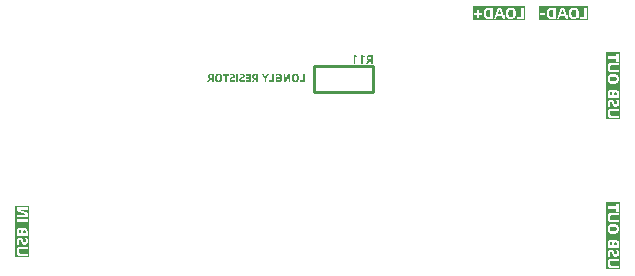
<source format=gbo>
G04*
G04 #@! TF.GenerationSoftware,Altium Limited,Altium Designer,22.2.1 (43)*
G04*
G04 Layer_Color=32896*
%FSLAX25Y25*%
%MOIN*%
G70*
G04*
G04 #@! TF.SameCoordinates,8776665F-13AD-43F5-9AD3-E0C3E71DBBC6*
G04*
G04*
G04 #@! TF.FilePolarity,Positive*
G04*
G01*
G75*
%ADD10C,0.01000*%
G36*
X130477Y118222D02*
Y117733D01*
X129794Y117867D01*
Y115610D01*
X129205D01*
Y118391D01*
X129641D01*
X130477Y118222D01*
D02*
G37*
G36*
X128113D02*
Y117733D01*
X127429Y117867D01*
Y115610D01*
X126841D01*
Y118391D01*
X127276D01*
X128113Y118222D01*
D02*
G37*
G36*
X133159Y115610D02*
X132548D01*
Y116622D01*
X132246D01*
X131593Y115610D01*
X130875D01*
X131658Y116687D01*
X131562Y116721D01*
X131482Y116763D01*
X131417Y116809D01*
X131360Y116855D01*
X131318Y116897D01*
X131287Y116931D01*
X131272Y116954D01*
X131264Y116958D01*
Y116962D01*
X131222Y117042D01*
X131188Y117130D01*
X131165Y117222D01*
X131150Y117309D01*
X131142Y117386D01*
X131138Y117420D01*
X131134Y117451D01*
Y117474D01*
Y117493D01*
Y117504D01*
Y117508D01*
X131138Y117596D01*
X131146Y117672D01*
X131154Y117745D01*
X131165Y117802D01*
X131180Y117852D01*
X131188Y117886D01*
X131196Y117909D01*
X131200Y117917D01*
X131226Y117978D01*
X131257Y118031D01*
X131287Y118077D01*
X131318Y118115D01*
X131349Y118146D01*
X131371Y118169D01*
X131387Y118184D01*
X131394Y118188D01*
X131444Y118226D01*
X131501Y118257D01*
X131555Y118283D01*
X131608Y118306D01*
X131654Y118322D01*
X131692Y118333D01*
X131708Y118337D01*
X131719D01*
X131723Y118341D01*
X131727D01*
X131807Y118356D01*
X131887Y118371D01*
X131967Y118379D01*
X132044Y118383D01*
X132113Y118387D01*
X132139Y118391D01*
X133159D01*
Y115610D01*
D02*
G37*
G36*
X18685Y51000D02*
X14000D01*
Y68152D01*
X18685D01*
Y51000D01*
D02*
G37*
G36*
X215685Y119427D02*
Y97000D01*
X211000D01*
Y119427D01*
X215685D01*
D02*
G37*
G36*
Y47000D02*
X211000D01*
Y69427D01*
X215685D01*
Y47000D01*
D02*
G37*
G36*
X184000Y130000D02*
X166548D01*
Y134685D01*
X184000D01*
Y130000D01*
D02*
G37*
G36*
X205000D02*
X188463D01*
Y134685D01*
X205000D01*
Y130000D01*
D02*
G37*
G36*
X97709Y110558D02*
Y109536D01*
X97138D01*
Y110569D01*
X96193Y112120D01*
X96833D01*
X97408Y111087D01*
X97429D01*
X97983Y112120D01*
X98647D01*
X97709Y110558D01*
D02*
G37*
G36*
X105750Y109536D02*
X105189D01*
Y111502D01*
X105168D01*
X104273Y109536D01*
X103492D01*
Y112120D01*
X104050D01*
Y110270D01*
X104071D01*
X104884Y112120D01*
X105750D01*
Y109536D01*
D02*
G37*
G36*
X101806Y112155D02*
X101909Y112148D01*
X102001Y112138D01*
X102079Y112127D01*
X102115Y112120D01*
X102147Y112113D01*
X102175Y112106D01*
X102197Y112102D01*
X102214Y112099D01*
X102228Y112095D01*
X102236Y112092D01*
X102239D01*
X102324Y112063D01*
X102402Y112028D01*
X102470Y111992D01*
X102530Y111953D01*
X102580Y111921D01*
X102615Y111893D01*
X102626Y111882D01*
X102637Y111875D01*
X102640Y111871D01*
X102644Y111868D01*
X102704Y111804D01*
X102754Y111737D01*
X102800Y111669D01*
X102836Y111605D01*
X102864Y111545D01*
X102878Y111520D01*
X102885Y111499D01*
X102892Y111481D01*
X102900Y111467D01*
X102903Y111460D01*
Y111456D01*
X102931Y111357D01*
X102953Y111250D01*
X102971Y111144D01*
X102981Y111048D01*
X102985Y111002D01*
X102988Y110959D01*
Y110924D01*
X102992Y110892D01*
Y110863D01*
Y110845D01*
Y110831D01*
Y110828D01*
Y110753D01*
X102988Y110682D01*
X102985Y110615D01*
X102978Y110551D01*
X102971Y110491D01*
X102963Y110437D01*
X102956Y110388D01*
X102946Y110341D01*
X102938Y110299D01*
X102931Y110263D01*
X102924Y110231D01*
X102917Y110206D01*
X102910Y110189D01*
X102907Y110171D01*
X102903Y110164D01*
Y110160D01*
X102867Y110068D01*
X102825Y109986D01*
X102786Y109919D01*
X102743Y109862D01*
X102708Y109816D01*
X102679Y109784D01*
X102658Y109763D01*
X102651Y109759D01*
Y109756D01*
X102587Y109706D01*
X102520Y109663D01*
X102452Y109628D01*
X102388Y109599D01*
X102335Y109578D01*
X102310Y109571D01*
X102289Y109564D01*
X102271Y109560D01*
X102260Y109557D01*
X102253Y109553D01*
X102250D01*
X102157Y109536D01*
X102065Y109521D01*
X101976Y109514D01*
X101891Y109507D01*
X101856Y109503D01*
X101820D01*
X101788Y109500D01*
X101625D01*
X101540Y109503D01*
X101462Y109511D01*
X101391Y109518D01*
X101330Y109521D01*
X101309Y109525D01*
X101288Y109528D01*
X101270D01*
X101259Y109532D01*
X101249D01*
X101167Y109546D01*
X101096Y109557D01*
X101032Y109571D01*
X100975Y109585D01*
X100933Y109596D01*
X100901Y109607D01*
X100883Y109610D01*
X100876Y109614D01*
Y111030D01*
X101841D01*
Y110554D01*
X101401D01*
Y109997D01*
X101447Y109986D01*
X101490Y109983D01*
X101508Y109979D01*
X101522Y109976D01*
X101533D01*
X101582Y109972D01*
X101746D01*
X101810Y109979D01*
X101863Y109983D01*
X101912Y109990D01*
X101948Y109997D01*
X101976Y110001D01*
X101994Y110008D01*
X102001D01*
X102048Y110025D01*
X102090Y110047D01*
X102126Y110068D01*
X102157Y110089D01*
X102182Y110111D01*
X102200Y110128D01*
X102211Y110139D01*
X102214Y110143D01*
X102243Y110182D01*
X102268Y110224D01*
X102289Y110267D01*
X102307Y110309D01*
X102317Y110345D01*
X102328Y110373D01*
X102331Y110395D01*
X102335Y110402D01*
X102346Y110469D01*
X102356Y110540D01*
X102363Y110611D01*
X102367Y110679D01*
Y110735D01*
X102371Y110764D01*
Y110785D01*
Y110803D01*
Y110817D01*
Y110824D01*
Y110828D01*
X102367Y110916D01*
X102363Y110995D01*
X102356Y111066D01*
X102349Y111122D01*
X102342Y111172D01*
X102335Y111207D01*
X102331Y111218D01*
X102328Y111229D01*
Y111232D01*
Y111236D01*
X102310Y111293D01*
X102289Y111346D01*
X102268Y111389D01*
X102246Y111428D01*
X102228Y111456D01*
X102214Y111477D01*
X102204Y111492D01*
X102200Y111495D01*
X102165Y111531D01*
X102129Y111559D01*
X102090Y111584D01*
X102055Y111602D01*
X102023Y111616D01*
X101998Y111626D01*
X101984Y111634D01*
X101976D01*
X101923Y111648D01*
X101866Y111655D01*
X101813Y111662D01*
X101763Y111669D01*
X101717D01*
X101685Y111673D01*
X101590D01*
X101529Y111669D01*
X101472Y111665D01*
X101419Y111662D01*
X101376Y111655D01*
X101345Y111651D01*
X101323Y111648D01*
X101316D01*
X101252Y111637D01*
X101196Y111626D01*
X101142Y111612D01*
X101093Y111598D01*
X101053Y111587D01*
X101025Y111577D01*
X101007Y111573D01*
X101000Y111570D01*
Y112063D01*
X101046Y112081D01*
X101093Y112092D01*
X101114Y112095D01*
X101128Y112099D01*
X101139Y112102D01*
X101142D01*
X101202Y112113D01*
X101234Y112120D01*
X101259Y112124D01*
X101284Y112127D01*
X101302D01*
X101313Y112130D01*
X101316D01*
X101384Y112141D01*
X101416Y112145D01*
X101444Y112148D01*
X101469D01*
X101487Y112152D01*
X101504D01*
X101575Y112155D01*
X101607Y112159D01*
X101696D01*
X101806Y112155D01*
D02*
G37*
G36*
X110500Y109536D02*
X108903D01*
Y110025D01*
X109932D01*
Y112120D01*
X110500D01*
Y109536D01*
D02*
G37*
G36*
X100340D02*
X98742D01*
Y110025D01*
X99772D01*
Y112120D01*
X100340D01*
Y109536D01*
D02*
G37*
G36*
X94940D02*
X94372D01*
Y110476D01*
X94092D01*
X93485Y109536D01*
X92817D01*
X93545Y110537D01*
X93456Y110569D01*
X93382Y110608D01*
X93322Y110650D01*
X93268Y110693D01*
X93229Y110732D01*
X93201Y110764D01*
X93187Y110785D01*
X93180Y110789D01*
Y110792D01*
X93141Y110867D01*
X93109Y110948D01*
X93087Y111034D01*
X93073Y111115D01*
X93066Y111186D01*
X93062Y111218D01*
X93059Y111247D01*
Y111268D01*
Y111286D01*
Y111296D01*
Y111300D01*
X93062Y111381D01*
X93069Y111452D01*
X93077Y111520D01*
X93087Y111573D01*
X93101Y111619D01*
X93109Y111651D01*
X93116Y111673D01*
X93119Y111680D01*
X93144Y111737D01*
X93173Y111786D01*
X93201Y111829D01*
X93229Y111864D01*
X93258Y111893D01*
X93279Y111914D01*
X93293Y111928D01*
X93300Y111932D01*
X93346Y111967D01*
X93400Y111996D01*
X93449Y112021D01*
X93499Y112042D01*
X93542Y112056D01*
X93577Y112067D01*
X93591Y112070D01*
X93602D01*
X93606Y112074D01*
X93609D01*
X93684Y112088D01*
X93758Y112102D01*
X93833Y112109D01*
X93904Y112113D01*
X93968Y112116D01*
X93993Y112120D01*
X94940D01*
Y109536D01*
D02*
G37*
G36*
X92519D02*
X90886D01*
Y110025D01*
X91951D01*
Y110622D01*
X91010D01*
Y111094D01*
X91951D01*
Y111630D01*
X90936D01*
Y112120D01*
X92519D01*
Y109536D01*
D02*
G37*
G36*
X88270D02*
X87702D01*
Y112120D01*
X88270D01*
Y109536D01*
D02*
G37*
G36*
X85196Y111626D02*
X84514D01*
Y109536D01*
X83953D01*
Y111626D01*
X83275D01*
Y112120D01*
X85196D01*
Y111626D01*
D02*
G37*
G36*
X80140Y109536D02*
X79572D01*
Y110476D01*
X79292D01*
X78685Y109536D01*
X78017D01*
X78745Y110537D01*
X78657Y110568D01*
X78582Y110608D01*
X78522Y110650D01*
X78468Y110693D01*
X78429Y110732D01*
X78401Y110764D01*
X78387Y110785D01*
X78380Y110789D01*
Y110792D01*
X78341Y110867D01*
X78309Y110948D01*
X78287Y111034D01*
X78273Y111115D01*
X78266Y111186D01*
X78263Y111218D01*
X78259Y111247D01*
Y111268D01*
Y111286D01*
Y111296D01*
Y111300D01*
X78263Y111381D01*
X78270Y111452D01*
X78277Y111520D01*
X78287Y111573D01*
X78302Y111619D01*
X78309Y111651D01*
X78316Y111673D01*
X78319Y111680D01*
X78344Y111737D01*
X78373Y111786D01*
X78401Y111829D01*
X78429Y111864D01*
X78458Y111893D01*
X78479Y111914D01*
X78493Y111928D01*
X78500Y111932D01*
X78547Y111967D01*
X78600Y111996D01*
X78649Y112021D01*
X78699Y112042D01*
X78742Y112056D01*
X78777Y112067D01*
X78791Y112070D01*
X78802D01*
X78806Y112074D01*
X78809D01*
X78884Y112088D01*
X78958Y112102D01*
X79033Y112109D01*
X79104Y112113D01*
X79168Y112116D01*
X79193Y112120D01*
X80140D01*
Y109536D01*
D02*
G37*
G36*
X107532Y112155D02*
X107624Y112148D01*
X107710Y112141D01*
X107784Y112130D01*
X107816Y112124D01*
X107845Y112116D01*
X107870Y112113D01*
X107891Y112109D01*
X107908Y112106D01*
X107919Y112102D01*
X107926Y112099D01*
X107930D01*
X108008Y112074D01*
X108079Y112038D01*
X108139Y112006D01*
X108193Y111971D01*
X108235Y111939D01*
X108267Y111910D01*
X108288Y111893D01*
X108292Y111889D01*
X108296Y111886D01*
X108349Y111825D01*
X108395Y111758D01*
X108434Y111690D01*
X108466Y111626D01*
X108491Y111566D01*
X108501Y111541D01*
X108512Y111520D01*
X108519Y111502D01*
X108523Y111488D01*
X108526Y111481D01*
Y111477D01*
X108551Y111374D01*
X108572Y111268D01*
X108587Y111158D01*
X108594Y111058D01*
X108597Y111009D01*
X108601Y110966D01*
Y110927D01*
X108604Y110895D01*
Y110867D01*
Y110845D01*
Y110831D01*
Y110828D01*
X108601Y110686D01*
X108597Y110622D01*
X108594Y110558D01*
X108587Y110501D01*
X108579Y110448D01*
X108572Y110398D01*
X108565Y110352D01*
X108558Y110313D01*
X108551Y110277D01*
X108544Y110246D01*
X108537Y110221D01*
X108533Y110199D01*
X108530Y110185D01*
X108526Y110178D01*
Y110175D01*
X108494Y110082D01*
X108455Y110004D01*
X108416Y109933D01*
X108381Y109876D01*
X108345Y109827D01*
X108320Y109795D01*
X108302Y109773D01*
X108296Y109770D01*
Y109766D01*
X108235Y109713D01*
X108175Y109670D01*
X108114Y109635D01*
X108058Y109607D01*
X108004Y109585D01*
X107965Y109567D01*
X107951Y109564D01*
X107940Y109560D01*
X107933Y109557D01*
X107930D01*
X107845Y109539D01*
X107759Y109525D01*
X107674Y109514D01*
X107596Y109507D01*
X107561Y109503D01*
X107500D01*
X107475Y109500D01*
X107429D01*
X107326Y109503D01*
X107230Y109511D01*
X107145Y109518D01*
X107071Y109528D01*
X107039Y109536D01*
X107010Y109539D01*
X106985Y109543D01*
X106964Y109550D01*
X106947Y109553D01*
X106936D01*
X106929Y109557D01*
X106925D01*
X106847Y109582D01*
X106776Y109614D01*
X106712Y109649D01*
X106659Y109685D01*
X106616Y109717D01*
X106581Y109741D01*
X106563Y109759D01*
X106556Y109766D01*
X106503Y109827D01*
X106456Y109894D01*
X106421Y109961D01*
X106389Y110029D01*
X106364Y110086D01*
X106354Y110111D01*
X106346Y110132D01*
X106339Y110150D01*
X106336Y110164D01*
X106332Y110171D01*
Y110175D01*
X106307Y110277D01*
X106286Y110388D01*
X106272Y110494D01*
X106265Y110597D01*
X106261Y110647D01*
X106258Y110689D01*
Y110728D01*
X106254Y110764D01*
Y110789D01*
Y110810D01*
Y110824D01*
Y110828D01*
Y110899D01*
X106258Y110970D01*
X106261Y111034D01*
X106265Y111094D01*
X106272Y111154D01*
X106279Y111207D01*
X106286Y111257D01*
X106293Y111300D01*
X106300Y111339D01*
X106307Y111374D01*
X106315Y111406D01*
X106322Y111431D01*
X106325Y111452D01*
X106329Y111467D01*
X106332Y111474D01*
Y111477D01*
X106364Y111570D01*
X106400Y111651D01*
X106435Y111719D01*
X106471Y111779D01*
X106506Y111825D01*
X106531Y111857D01*
X106549Y111879D01*
X106556Y111886D01*
X106613Y111939D01*
X106677Y111985D01*
X106737Y112021D01*
X106797Y112049D01*
X106847Y112070D01*
X106890Y112088D01*
X106904Y112092D01*
X106914Y112095D01*
X106922Y112099D01*
X106925D01*
X107010Y112120D01*
X107096Y112134D01*
X107181Y112145D01*
X107259Y112152D01*
X107294Y112155D01*
X107326D01*
X107358Y112159D01*
X107429D01*
X107532Y112155D01*
D02*
G37*
G36*
X89637D02*
X89715Y112152D01*
X89786Y112145D01*
X89853Y112130D01*
X89917Y112120D01*
X89974Y112106D01*
X90027Y112088D01*
X90073Y112074D01*
X90116Y112056D01*
X90151Y112042D01*
X90183Y112024D01*
X90208Y112013D01*
X90229Y112003D01*
X90244Y111992D01*
X90251Y111989D01*
X90254Y111985D01*
X90297Y111950D01*
X90336Y111910D01*
X90368Y111868D01*
X90396Y111822D01*
X90421Y111772D01*
X90443Y111726D01*
X90460Y111676D01*
X90471Y111630D01*
X90482Y111584D01*
X90489Y111541D01*
X90496Y111502D01*
X90499Y111470D01*
X90503Y111442D01*
Y111421D01*
Y111406D01*
Y111403D01*
Y111339D01*
X90499Y111282D01*
X90492Y111229D01*
X90485Y111186D01*
X90482Y111151D01*
X90474Y111126D01*
X90471Y111112D01*
Y111105D01*
X90457Y111062D01*
X90439Y111023D01*
X90418Y110987D01*
X90400Y110959D01*
X90382Y110934D01*
X90368Y110916D01*
X90357Y110906D01*
X90354Y110902D01*
X90322Y110874D01*
X90286Y110845D01*
X90251Y110821D01*
X90215Y110799D01*
X90183Y110785D01*
X90158Y110771D01*
X90144Y110764D01*
X90137Y110760D01*
X90084Y110739D01*
X90024Y110721D01*
X89967Y110703D01*
X89910Y110689D01*
X89864Y110675D01*
X89825Y110664D01*
X89811Y110661D01*
X89800D01*
X89793Y110657D01*
X89789D01*
X89736Y110643D01*
X89690Y110629D01*
X89647Y110618D01*
X89615Y110604D01*
X89587Y110597D01*
X89569Y110590D01*
X89555Y110583D01*
X89551D01*
X89520Y110572D01*
X89491Y110558D01*
X89466Y110544D01*
X89445Y110533D01*
X89431Y110522D01*
X89420Y110515D01*
X89413Y110512D01*
X89410Y110508D01*
X89377Y110476D01*
X89353Y110448D01*
X89342Y110426D01*
X89338Y110419D01*
Y110416D01*
X89328Y110377D01*
X89324Y110334D01*
X89321Y110317D01*
Y110306D01*
Y110295D01*
Y110292D01*
X89324Y110235D01*
X89328Y110210D01*
X89331Y110189D01*
X89335Y110171D01*
X89338Y110157D01*
X89342Y110150D01*
Y110146D01*
X89363Y110103D01*
X89388Y110075D01*
X89410Y110054D01*
X89416Y110050D01*
X89420Y110047D01*
X89466Y110025D01*
X89512Y110008D01*
X89530Y110004D01*
X89548Y110001D01*
X89559Y109997D01*
X89562D01*
X89594Y109994D01*
X89630Y109990D01*
X89665Y109986D01*
X89701D01*
X89729Y109983D01*
X89850D01*
X89882Y109986D01*
X89938D01*
X89960Y109990D01*
X89977D01*
X90052Y109997D01*
X90087Y110001D01*
X90116Y110004D01*
X90144Y110008D01*
X90162Y110011D01*
X90180D01*
X90247Y110022D01*
X90279Y110029D01*
X90308Y110032D01*
X90329Y110036D01*
X90347Y110040D01*
X90357Y110043D01*
X90361D01*
X90418Y110057D01*
X90443Y110064D01*
X90464Y110072D01*
X90482Y110079D01*
X90496Y110082D01*
X90503Y110086D01*
X90506D01*
Y109589D01*
X90457Y109578D01*
X90403Y109567D01*
X90350Y109557D01*
X90301Y109546D01*
X90254Y109539D01*
X90215Y109532D01*
X90201D01*
X90190Y109528D01*
X90183D01*
X90105Y109518D01*
X90031Y109511D01*
X89960Y109507D01*
X89892Y109503D01*
X89836Y109500D01*
X89754D01*
X89658Y109503D01*
X89566Y109507D01*
X89484Y109518D01*
X89410Y109532D01*
X89338Y109546D01*
X89275Y109560D01*
X89218Y109578D01*
X89168Y109599D01*
X89126Y109617D01*
X89086Y109635D01*
X89058Y109649D01*
X89030Y109663D01*
X89012Y109678D01*
X88998Y109688D01*
X88990Y109692D01*
X88987Y109695D01*
X88948Y109734D01*
X88912Y109777D01*
X88880Y109823D01*
X88852Y109869D01*
X88831Y109919D01*
X88813Y109965D01*
X88785Y110061D01*
X88774Y110103D01*
X88767Y110143D01*
X88763Y110182D01*
X88760Y110210D01*
X88756Y110238D01*
Y110256D01*
Y110270D01*
Y110274D01*
Y110341D01*
X88760Y110402D01*
X88767Y110455D01*
X88771Y110501D01*
X88778Y110537D01*
X88785Y110565D01*
X88788Y110579D01*
Y110586D01*
X88802Y110632D01*
X88817Y110675D01*
X88838Y110714D01*
X88856Y110746D01*
X88873Y110775D01*
X88888Y110792D01*
X88898Y110806D01*
X88902Y110810D01*
X88934Y110845D01*
X88973Y110877D01*
X89012Y110902D01*
X89047Y110927D01*
X89079Y110948D01*
X89108Y110963D01*
X89126Y110970D01*
X89133Y110973D01*
X89189Y110998D01*
X89253Y111023D01*
X89317Y111044D01*
X89374Y111066D01*
X89427Y111080D01*
X89452Y111087D01*
X89470Y111090D01*
X89487Y111094D01*
X89498Y111098D01*
X89505Y111101D01*
X89509D01*
X89559Y111112D01*
X89605Y111122D01*
X89644Y111133D01*
X89676Y111144D01*
X89704Y111151D01*
X89722Y111158D01*
X89736Y111161D01*
X89740D01*
X89772Y111172D01*
X89796Y111186D01*
X89821Y111197D01*
X89839Y111207D01*
X89857Y111215D01*
X89867Y111222D01*
X89871Y111229D01*
X89875D01*
X89903Y111257D01*
X89921Y111282D01*
X89931Y111300D01*
X89935Y111303D01*
Y111307D01*
X89942Y111343D01*
X89946Y111378D01*
X89949Y111396D01*
Y111406D01*
Y111413D01*
Y111417D01*
X89946Y111474D01*
X89935Y111520D01*
X89917Y111559D01*
X89899Y111587D01*
X89885Y111609D01*
X89867Y111623D01*
X89857Y111630D01*
X89853Y111634D01*
X89811Y111651D01*
X89761Y111665D01*
X89708Y111676D01*
X89654Y111683D01*
X89608Y111687D01*
X89569Y111690D01*
X89473D01*
X89441Y111687D01*
X89392D01*
X89374Y111683D01*
X89360D01*
X89292Y111676D01*
X89260Y111673D01*
X89236Y111669D01*
X89211Y111665D01*
X89193D01*
X89182Y111662D01*
X89179D01*
X89115Y111651D01*
X89086Y111644D01*
X89065Y111641D01*
X89044Y111637D01*
X89030Y111634D01*
X89019Y111630D01*
X89015D01*
X88966Y111619D01*
X88927Y111609D01*
X88912Y111605D01*
X88898Y111602D01*
X88895Y111598D01*
X88891D01*
Y112063D01*
X88934Y112077D01*
X88976Y112092D01*
X89022Y112102D01*
X89065Y112113D01*
X89104Y112120D01*
X89136Y112127D01*
X89157Y112130D01*
X89165D01*
X89228Y112141D01*
X89296Y112148D01*
X89363Y112152D01*
X89424Y112155D01*
X89477Y112159D01*
X89555D01*
X89637Y112155D01*
D02*
G37*
G36*
X86342D02*
X86420Y112152D01*
X86491Y112145D01*
X86559Y112130D01*
X86623Y112120D01*
X86680Y112106D01*
X86733Y112088D01*
X86779Y112074D01*
X86822Y112056D01*
X86857Y112042D01*
X86889Y112024D01*
X86914Y112013D01*
X86935Y112003D01*
X86949Y111992D01*
X86956Y111989D01*
X86960Y111985D01*
X87002Y111950D01*
X87042Y111910D01*
X87074Y111868D01*
X87102Y111822D01*
X87127Y111772D01*
X87148Y111726D01*
X87166Y111676D01*
X87177Y111630D01*
X87187Y111584D01*
X87194Y111541D01*
X87201Y111502D01*
X87205Y111470D01*
X87208Y111442D01*
Y111421D01*
Y111406D01*
Y111403D01*
Y111339D01*
X87205Y111282D01*
X87198Y111229D01*
X87191Y111186D01*
X87187Y111151D01*
X87180Y111126D01*
X87177Y111112D01*
Y111105D01*
X87162Y111062D01*
X87145Y111023D01*
X87123Y110987D01*
X87106Y110959D01*
X87088Y110934D01*
X87074Y110916D01*
X87063Y110906D01*
X87059Y110902D01*
X87027Y110874D01*
X86992Y110845D01*
X86956Y110821D01*
X86921Y110799D01*
X86889Y110785D01*
X86864Y110771D01*
X86850Y110764D01*
X86843Y110760D01*
X86790Y110739D01*
X86729Y110721D01*
X86672Y110703D01*
X86616Y110689D01*
X86569Y110675D01*
X86530Y110664D01*
X86516Y110661D01*
X86506D01*
X86498Y110657D01*
X86495D01*
X86442Y110643D01*
X86396Y110629D01*
X86353Y110618D01*
X86321Y110604D01*
X86293Y110597D01*
X86275Y110590D01*
X86261Y110583D01*
X86257D01*
X86225Y110572D01*
X86197Y110558D01*
X86172Y110544D01*
X86150Y110533D01*
X86136Y110522D01*
X86126Y110515D01*
X86119Y110512D01*
X86115Y110508D01*
X86083Y110476D01*
X86058Y110448D01*
X86048Y110426D01*
X86044Y110419D01*
Y110416D01*
X86033Y110377D01*
X86030Y110334D01*
X86026Y110317D01*
Y110306D01*
Y110295D01*
Y110292D01*
X86030Y110235D01*
X86033Y110210D01*
X86037Y110189D01*
X86041Y110171D01*
X86044Y110157D01*
X86048Y110150D01*
Y110146D01*
X86069Y110103D01*
X86094Y110075D01*
X86115Y110054D01*
X86122Y110050D01*
X86126Y110047D01*
X86172Y110025D01*
X86218Y110008D01*
X86236Y110004D01*
X86253Y110001D01*
X86264Y109997D01*
X86268D01*
X86300Y109994D01*
X86335Y109990D01*
X86371Y109986D01*
X86406D01*
X86435Y109983D01*
X86555D01*
X86587Y109986D01*
X86644D01*
X86665Y109990D01*
X86683D01*
X86758Y109997D01*
X86793Y110001D01*
X86822Y110004D01*
X86850Y110008D01*
X86868Y110011D01*
X86885D01*
X86953Y110022D01*
X86985Y110029D01*
X87013Y110032D01*
X87034Y110036D01*
X87052Y110040D01*
X87063Y110043D01*
X87066D01*
X87123Y110057D01*
X87148Y110064D01*
X87169Y110072D01*
X87187Y110079D01*
X87201Y110082D01*
X87208Y110086D01*
X87212D01*
Y109589D01*
X87162Y109578D01*
X87109Y109567D01*
X87056Y109557D01*
X87006Y109546D01*
X86960Y109539D01*
X86921Y109532D01*
X86907D01*
X86896Y109528D01*
X86889D01*
X86811Y109518D01*
X86736Y109511D01*
X86665Y109507D01*
X86598Y109503D01*
X86541Y109500D01*
X86459D01*
X86364Y109503D01*
X86271Y109507D01*
X86190Y109518D01*
X86115Y109532D01*
X86044Y109546D01*
X85980Y109560D01*
X85923Y109578D01*
X85874Y109599D01*
X85831Y109617D01*
X85792Y109635D01*
X85764Y109649D01*
X85735Y109663D01*
X85717Y109678D01*
X85703Y109688D01*
X85696Y109692D01*
X85693Y109695D01*
X85654Y109734D01*
X85618Y109777D01*
X85586Y109823D01*
X85558Y109869D01*
X85536Y109919D01*
X85519Y109965D01*
X85490Y110061D01*
X85480Y110103D01*
X85473Y110143D01*
X85469Y110182D01*
X85465Y110210D01*
X85462Y110238D01*
Y110256D01*
Y110270D01*
Y110274D01*
Y110341D01*
X85465Y110402D01*
X85473Y110455D01*
X85476Y110501D01*
X85483Y110537D01*
X85490Y110565D01*
X85494Y110579D01*
Y110586D01*
X85508Y110632D01*
X85522Y110675D01*
X85544Y110714D01*
X85561Y110746D01*
X85579Y110775D01*
X85593Y110792D01*
X85604Y110806D01*
X85607Y110810D01*
X85639Y110845D01*
X85678Y110877D01*
X85717Y110902D01*
X85753Y110927D01*
X85785Y110948D01*
X85813Y110963D01*
X85831Y110970D01*
X85838Y110973D01*
X85895Y110998D01*
X85959Y111023D01*
X86023Y111044D01*
X86080Y111066D01*
X86133Y111080D01*
X86158Y111087D01*
X86175Y111090D01*
X86193Y111094D01*
X86204Y111098D01*
X86211Y111101D01*
X86214D01*
X86264Y111112D01*
X86310Y111122D01*
X86349Y111133D01*
X86381Y111144D01*
X86410Y111151D01*
X86427Y111158D01*
X86442Y111161D01*
X86445D01*
X86477Y111172D01*
X86502Y111186D01*
X86527Y111197D01*
X86545Y111207D01*
X86562Y111215D01*
X86573Y111222D01*
X86576Y111229D01*
X86580D01*
X86608Y111257D01*
X86626Y111282D01*
X86637Y111300D01*
X86640Y111303D01*
Y111307D01*
X86648Y111343D01*
X86651Y111378D01*
X86655Y111396D01*
Y111406D01*
Y111413D01*
Y111417D01*
X86651Y111474D01*
X86640Y111520D01*
X86623Y111559D01*
X86605Y111587D01*
X86591Y111609D01*
X86573Y111623D01*
X86562Y111630D01*
X86559Y111634D01*
X86516Y111651D01*
X86466Y111665D01*
X86413Y111676D01*
X86360Y111683D01*
X86314Y111687D01*
X86275Y111690D01*
X86179D01*
X86147Y111687D01*
X86097D01*
X86080Y111683D01*
X86065D01*
X85998Y111676D01*
X85966Y111673D01*
X85941Y111669D01*
X85916Y111665D01*
X85899D01*
X85888Y111662D01*
X85884D01*
X85820Y111651D01*
X85792Y111644D01*
X85771Y111641D01*
X85749Y111637D01*
X85735Y111634D01*
X85725Y111630D01*
X85721D01*
X85671Y111619D01*
X85632Y111609D01*
X85618Y111605D01*
X85604Y111602D01*
X85600Y111598D01*
X85597D01*
Y112063D01*
X85639Y112077D01*
X85682Y112092D01*
X85728Y112102D01*
X85771Y112113D01*
X85810Y112120D01*
X85842Y112127D01*
X85863Y112130D01*
X85870D01*
X85934Y112141D01*
X86001Y112148D01*
X86069Y112152D01*
X86129Y112155D01*
X86182Y112159D01*
X86261D01*
X86342Y112155D01*
D02*
G37*
G36*
X81923D02*
X82015Y112148D01*
X82100Y112141D01*
X82174Y112130D01*
X82206Y112124D01*
X82235Y112116D01*
X82260Y112113D01*
X82281Y112109D01*
X82299Y112106D01*
X82310Y112102D01*
X82316Y112099D01*
X82320D01*
X82398Y112074D01*
X82469Y112038D01*
X82529Y112006D01*
X82583Y111971D01*
X82625Y111939D01*
X82657Y111910D01*
X82679Y111893D01*
X82682Y111889D01*
X82686Y111886D01*
X82739Y111825D01*
X82785Y111758D01*
X82824Y111690D01*
X82856Y111626D01*
X82881Y111566D01*
X82892Y111541D01*
X82902Y111520D01*
X82909Y111502D01*
X82913Y111488D01*
X82916Y111481D01*
Y111477D01*
X82941Y111374D01*
X82963Y111268D01*
X82977Y111158D01*
X82984Y111058D01*
X82987Y111009D01*
X82991Y110966D01*
Y110927D01*
X82995Y110895D01*
Y110867D01*
Y110845D01*
Y110831D01*
Y110828D01*
X82991Y110686D01*
X82987Y110622D01*
X82984Y110558D01*
X82977Y110501D01*
X82970Y110448D01*
X82963Y110398D01*
X82956Y110352D01*
X82948Y110313D01*
X82941Y110277D01*
X82934Y110246D01*
X82927Y110221D01*
X82924Y110199D01*
X82920Y110185D01*
X82916Y110178D01*
Y110175D01*
X82885Y110082D01*
X82845Y110004D01*
X82806Y109933D01*
X82771Y109876D01*
X82736Y109827D01*
X82711Y109795D01*
X82693Y109773D01*
X82686Y109770D01*
Y109766D01*
X82625Y109713D01*
X82565Y109670D01*
X82505Y109635D01*
X82448Y109607D01*
X82395Y109585D01*
X82356Y109567D01*
X82341Y109564D01*
X82331Y109560D01*
X82324Y109557D01*
X82320D01*
X82235Y109539D01*
X82150Y109525D01*
X82064Y109514D01*
X81986Y109507D01*
X81951Y109503D01*
X81890Y109503D01*
X81866Y109500D01*
X81820D01*
X81717Y109503D01*
X81621Y109511D01*
X81536Y109518D01*
X81461Y109528D01*
X81429Y109536D01*
X81401Y109539D01*
X81376Y109543D01*
X81354Y109550D01*
X81337Y109553D01*
X81326D01*
X81319Y109557D01*
X81315D01*
X81237Y109582D01*
X81166Y109614D01*
X81102Y109649D01*
X81049Y109685D01*
X81007Y109716D01*
X80971Y109741D01*
X80953Y109759D01*
X80946Y109766D01*
X80893Y109827D01*
X80847Y109894D01*
X80811Y109961D01*
X80779Y110029D01*
X80755Y110086D01*
X80744Y110111D01*
X80737Y110132D01*
X80730Y110150D01*
X80726Y110164D01*
X80723Y110171D01*
Y110175D01*
X80698Y110277D01*
X80676Y110388D01*
X80662Y110494D01*
X80655Y110597D01*
X80652Y110647D01*
X80648Y110689D01*
Y110728D01*
X80645Y110764D01*
Y110789D01*
Y110810D01*
Y110824D01*
Y110828D01*
Y110899D01*
X80648Y110970D01*
X80652Y111034D01*
X80655Y111094D01*
X80662Y111154D01*
X80669Y111207D01*
X80676Y111257D01*
X80684Y111300D01*
X80691Y111339D01*
X80698Y111374D01*
X80705Y111406D01*
X80712Y111431D01*
X80716Y111452D01*
X80719Y111467D01*
X80723Y111474D01*
Y111477D01*
X80755Y111570D01*
X80790Y111651D01*
X80826Y111719D01*
X80861Y111779D01*
X80897Y111825D01*
X80921Y111857D01*
X80939Y111879D01*
X80946Y111886D01*
X81003Y111939D01*
X81067Y111985D01*
X81127Y112021D01*
X81188Y112049D01*
X81237Y112070D01*
X81280Y112088D01*
X81294Y112092D01*
X81305Y112095D01*
X81312Y112099D01*
X81315D01*
X81401Y112120D01*
X81486Y112134D01*
X81571Y112145D01*
X81649Y112152D01*
X81685Y112155D01*
X81717D01*
X81749Y112159D01*
X81820D01*
X81923Y112155D01*
D02*
G37*
%LPC*%
G36*
X132548Y117909D02*
X132250D01*
X132196Y117905D01*
X132155D01*
X132116Y117902D01*
X132086Y117898D01*
X132063D01*
X132047Y117894D01*
X132044D01*
X132006Y117886D01*
X131971Y117879D01*
X131941Y117867D01*
X131914Y117859D01*
X131895Y117848D01*
X131879Y117840D01*
X131872Y117837D01*
X131868Y117833D01*
X131826Y117795D01*
X131795Y117756D01*
X131784Y117737D01*
X131776Y117722D01*
X131772Y117714D01*
Y117710D01*
X131761Y117680D01*
X131753Y117646D01*
X131746Y117581D01*
X131742Y117554D01*
Y117531D01*
Y117512D01*
Y117508D01*
Y117462D01*
X131746Y117420D01*
X131750Y117382D01*
X131757Y117351D01*
X131761Y117325D01*
X131769Y117306D01*
X131772Y117294D01*
Y117290D01*
X131799Y117233D01*
X131815Y117210D01*
X131830Y117191D01*
X131845Y117176D01*
X131857Y117164D01*
X131864Y117160D01*
X131868Y117157D01*
X131895Y117141D01*
X131922Y117126D01*
X131979Y117107D01*
X132006Y117099D01*
X132025Y117095D01*
X132040Y117092D01*
X132044D01*
X132086Y117088D01*
X132128Y117084D01*
X132174Y117080D01*
X132212D01*
X132250Y117076D01*
X132548D01*
Y117909D01*
D02*
G37*
G36*
X18131Y67652D02*
X14549D01*
Y66570D01*
X17275Y65330D01*
Y65301D01*
X14549D01*
Y64523D01*
X18131D01*
Y65724D01*
X15568Y66850D01*
Y66880D01*
X18131D01*
Y67652D01*
D02*
G37*
G36*
Y63731D02*
X14549D01*
Y62944D01*
X18131D01*
Y63731D01*
D02*
G37*
G36*
Y60927D02*
X14549D01*
X15543D01*
X15494Y60922D01*
X15435Y60917D01*
X15366Y60912D01*
X15292Y60902D01*
X15213Y60882D01*
X15140Y60863D01*
X15130Y60858D01*
X15110Y60853D01*
X15071Y60838D01*
X15026Y60814D01*
X14977Y60784D01*
X14923Y60750D01*
X14869Y60705D01*
X14815Y60651D01*
X14810Y60646D01*
X14795Y60622D01*
X14771Y60587D01*
X14741Y60543D01*
X14712Y60484D01*
X14677Y60415D01*
X14648Y60331D01*
X14618Y60238D01*
Y60233D01*
X14613Y60228D01*
Y60213D01*
X14608Y60194D01*
X14603Y60169D01*
X14598Y60135D01*
X14589Y60100D01*
X14584Y60061D01*
X14569Y59967D01*
X14559Y59854D01*
X14554Y59731D01*
X14549Y59588D01*
Y58270D01*
X18131D01*
Y59579D01*
X18126Y59618D01*
Y59711D01*
X18116Y59810D01*
X18106Y59918D01*
X18092Y60026D01*
X18072Y60130D01*
Y60135D01*
X18067Y60140D01*
Y60154D01*
X18062Y60174D01*
X18047Y60218D01*
X18028Y60277D01*
X18003Y60346D01*
X17969Y60415D01*
X17934Y60484D01*
X17890Y60543D01*
X17885Y60548D01*
X17870Y60568D01*
X17841Y60592D01*
X17806Y60627D01*
X17767Y60661D01*
X17713Y60695D01*
X17654Y60730D01*
X17590Y60755D01*
X17580Y60759D01*
X17555Y60764D01*
X17521Y60774D01*
X17467Y60789D01*
X17408Y60799D01*
X17334Y60809D01*
X17255Y60814D01*
X17167Y60818D01*
X17162D01*
X17157D01*
X17142D01*
X17122D01*
X17068Y60814D01*
X17004Y60804D01*
X16930Y60789D01*
X16852Y60769D01*
X16773Y60745D01*
X16699Y60705D01*
X16689Y60700D01*
X16670Y60686D01*
X16635Y60656D01*
X16596Y60612D01*
X16557Y60558D01*
X16512Y60484D01*
X16468Y60400D01*
X16434Y60297D01*
X16414D01*
Y60302D01*
X16404Y60326D01*
X16394Y60356D01*
X16379Y60395D01*
X16355Y60445D01*
X16325Y60499D01*
X16291Y60553D01*
X16251Y60612D01*
X16197Y60671D01*
X16138Y60730D01*
X16070Y60779D01*
X15996Y60828D01*
X15907Y60868D01*
X15809Y60902D01*
X15700Y60922D01*
X15582Y60927D01*
X18131D01*
D02*
G37*
G36*
X15666Y57596D02*
X14500D01*
X15523D01*
X15484Y57591D01*
X15445Y57586D01*
X15391Y57581D01*
X15336Y57571D01*
X15277Y57556D01*
X15145Y57517D01*
X15081Y57493D01*
X15012Y57463D01*
X14948Y57424D01*
X14884Y57379D01*
X14825Y57330D01*
X14771Y57276D01*
X14766Y57271D01*
X14761Y57261D01*
X14746Y57242D01*
X14726Y57217D01*
X14707Y57178D01*
X14687Y57138D01*
X14662Y57084D01*
X14638Y57025D01*
X14608Y56956D01*
X14584Y56878D01*
X14564Y56789D01*
X14544Y56691D01*
X14525Y56587D01*
X14510Y56474D01*
X14505Y56346D01*
X14500Y56213D01*
Y56248D01*
Y56100D01*
X14505Y56021D01*
X14510Y55928D01*
X14515Y55830D01*
X14525Y55726D01*
X14539Y55618D01*
Y55608D01*
X14544Y55593D01*
Y55574D01*
X14554Y55520D01*
X14564Y55456D01*
X14579Y55387D01*
X14593Y55313D01*
X14608Y55239D01*
X14623Y55170D01*
X15312D01*
Y55175D01*
X15307Y55185D01*
X15302Y55205D01*
X15292Y55229D01*
X15282Y55259D01*
X15272Y55293D01*
X15253Y55372D01*
Y55377D01*
X15248Y55392D01*
X15243Y55416D01*
X15238Y55446D01*
X15233Y55485D01*
X15223Y55529D01*
X15209Y55623D01*
Y55648D01*
X15204Y55672D01*
X15199Y55712D01*
X15194Y55751D01*
X15189Y55800D01*
X15179Y55903D01*
Y55928D01*
X15174Y55958D01*
Y56036D01*
X15169Y56081D01*
Y56248D01*
X15174Y56287D01*
Y56336D01*
X15179Y56386D01*
X15184Y56435D01*
X15189Y56479D01*
Y56484D01*
X15194Y56499D01*
X15199Y56523D01*
X15204Y56548D01*
X15228Y56612D01*
X15258Y56676D01*
X15263Y56681D01*
X15268Y56691D01*
X15297Y56720D01*
X15336Y56755D01*
X15395Y56784D01*
X15400D01*
X15410Y56789D01*
X15430Y56794D01*
X15454Y56799D01*
X15484Y56804D01*
X15518Y56809D01*
X15597Y56814D01*
X15602D01*
X15617D01*
X15632D01*
X15656Y56809D01*
X15715Y56804D01*
X15769Y56789D01*
X15774D01*
X15784Y56784D01*
X15814Y56769D01*
X15853Y56735D01*
X15897Y56691D01*
X15902Y56686D01*
X15907Y56676D01*
X15917Y56661D01*
X15932Y56641D01*
X15947Y56612D01*
X15966Y56577D01*
X15986Y56538D01*
X16001Y56494D01*
Y56489D01*
X16010Y56469D01*
X16020Y56445D01*
X16030Y56405D01*
X16050Y56361D01*
X16065Y56302D01*
X16084Y56238D01*
X16104Y56164D01*
Y56159D01*
X16109Y56149D01*
Y56135D01*
X16114Y56115D01*
X16128Y56061D01*
X16148Y55997D01*
X16168Y55918D01*
X16193Y55839D01*
X16217Y55756D01*
X16247Y55682D01*
X16251Y55672D01*
X16261Y55652D01*
X16281Y55618D01*
X16301Y55574D01*
X16330Y55525D01*
X16365Y55475D01*
X16404Y55426D01*
X16443Y55382D01*
X16448Y55377D01*
X16463Y55362D01*
X16488Y55343D01*
X16522Y55318D01*
X16562Y55293D01*
X16611Y55264D01*
X16665Y55239D01*
X16724Y55220D01*
X16734D01*
X16753Y55215D01*
X16788Y55205D01*
X16837Y55200D01*
X16896Y55190D01*
X16970Y55180D01*
X17049Y55175D01*
X17137D01*
X17142D01*
X17162D01*
X17191D01*
X17231Y55180D01*
X17275Y55185D01*
X17329Y55195D01*
X17388Y55205D01*
X17452Y55220D01*
X17516Y55234D01*
X17585Y55259D01*
X17649Y55288D01*
X17718Y55323D01*
X17782Y55362D01*
X17841Y55406D01*
X17895Y55461D01*
X17944Y55520D01*
X17949Y55525D01*
X17954Y55534D01*
X17969Y55554D01*
X17983Y55584D01*
X17998Y55618D01*
X18023Y55662D01*
X18042Y55712D01*
X18067Y55771D01*
X18087Y55835D01*
X18111Y55908D01*
X18131Y55987D01*
X18146Y56076D01*
X18165Y56169D01*
X18175Y56267D01*
X18180Y56376D01*
X18185Y56489D01*
Y56597D01*
X18180Y56671D01*
X18175Y56755D01*
X18170Y56848D01*
X18160Y56941D01*
X18146Y57030D01*
Y57040D01*
X18141Y57069D01*
X18131Y57114D01*
X18121Y57168D01*
X18106Y57227D01*
X18092Y57291D01*
X18072Y57350D01*
X18052Y57409D01*
X17408D01*
Y57404D01*
X17413Y57399D01*
X17418Y57379D01*
X17423Y57360D01*
X17437Y57306D01*
X17452Y57237D01*
Y57232D01*
X17457Y57217D01*
X17462Y57197D01*
X17467Y57168D01*
X17472Y57138D01*
X17481Y57099D01*
X17496Y57010D01*
Y57006D01*
X17501Y56991D01*
Y56966D01*
X17506Y56932D01*
X17511Y56897D01*
X17516Y56853D01*
X17526Y56760D01*
Y56740D01*
X17531Y56715D01*
Y56646D01*
X17536Y56602D01*
Y56469D01*
X17531Y56415D01*
X17526Y56351D01*
X17516Y56277D01*
X17501Y56204D01*
X17481Y56135D01*
X17457Y56076D01*
X17452Y56071D01*
X17442Y56056D01*
X17423Y56031D01*
X17393Y56012D01*
X17354Y55987D01*
X17300Y55962D01*
X17235Y55948D01*
X17157Y55943D01*
X17152D01*
X17142D01*
X17127D01*
X17103Y55948D01*
X17053Y55953D01*
X17004Y55962D01*
X16999D01*
X16994Y55967D01*
X16970Y55982D01*
X16935Y56007D01*
X16896Y56046D01*
Y56051D01*
X16886Y56056D01*
X16876Y56071D01*
X16867Y56095D01*
X16852Y56120D01*
X16837Y56154D01*
X16817Y56189D01*
X16803Y56233D01*
Y56238D01*
X16798Y56258D01*
X16788Y56282D01*
X16778Y56322D01*
X16763Y56366D01*
X16748Y56420D01*
X16734Y56484D01*
X16719Y56553D01*
Y56558D01*
X16714Y56568D01*
X16709Y56582D01*
X16704Y56607D01*
X16699Y56632D01*
X16689Y56666D01*
X16670Y56740D01*
X16640Y56818D01*
X16611Y56907D01*
X16576Y56996D01*
X16542Y57074D01*
X16537Y57084D01*
X16527Y57109D01*
X16507Y57148D01*
X16478Y57192D01*
X16443Y57242D01*
X16409Y57296D01*
X16365Y57350D01*
X16316Y57394D01*
X16311Y57399D01*
X16291Y57414D01*
X16266Y57433D01*
X16227Y57458D01*
X16183Y57483D01*
X16128Y57512D01*
X16070Y57532D01*
X16005Y57552D01*
X15996D01*
X15976Y57556D01*
X15937Y57566D01*
X15887Y57576D01*
X15823Y57581D01*
X15750Y57591D01*
X15666Y57596D01*
D02*
G37*
G36*
X18131Y54506D02*
X14500D01*
Y51500D01*
Y52907D01*
X14505Y52873D01*
X14510Y52784D01*
X14515Y52686D01*
X14525Y52578D01*
X14539Y52464D01*
X14559Y52356D01*
Y52351D01*
X14564Y52346D01*
Y52332D01*
X14569Y52312D01*
X14584Y52258D01*
X14608Y52194D01*
X14633Y52120D01*
X14667Y52041D01*
X14712Y51963D01*
X14761Y51889D01*
X14766Y51879D01*
X14785Y51859D01*
X14820Y51825D01*
X14864Y51780D01*
X14918Y51731D01*
X14982Y51687D01*
X15056Y51638D01*
X15140Y51598D01*
X15145D01*
X15149Y51594D01*
X15164Y51589D01*
X15184Y51584D01*
X15233Y51569D01*
X15307Y51549D01*
X15391Y51530D01*
X15494Y51515D01*
X15607Y51505D01*
X15735Y51500D01*
X18131D01*
Y52376D01*
Y52287D01*
X15823D01*
X15819D01*
X15794D01*
X15764D01*
X15725Y52292D01*
X15681D01*
X15637Y52302D01*
X15538Y52317D01*
X15533D01*
X15518Y52322D01*
X15494Y52332D01*
X15464Y52341D01*
X15400Y52376D01*
X15366Y52400D01*
X15331Y52430D01*
X15327Y52435D01*
X15317Y52445D01*
X15302Y52464D01*
X15287Y52489D01*
X15263Y52518D01*
X15243Y52558D01*
X15223Y52602D01*
X15209Y52651D01*
Y52656D01*
X15204Y52676D01*
X15199Y52705D01*
X15189Y52750D01*
X15184Y52799D01*
X15174Y52863D01*
X15169Y52932D01*
Y53045D01*
X15174Y53084D01*
Y53133D01*
X15179Y53193D01*
X15189Y53251D01*
X15199Y53311D01*
X15213Y53365D01*
Y53370D01*
X15223Y53389D01*
X15233Y53414D01*
X15248Y53448D01*
X15287Y53517D01*
X15312Y53557D01*
X15341Y53586D01*
X15346Y53591D01*
X15356Y53601D01*
X15376Y53611D01*
X15400Y53630D01*
X15430Y53645D01*
X15464Y53665D01*
X15548Y53694D01*
X15553D01*
X15568Y53699D01*
X15597Y53704D01*
X15627Y53714D01*
X15671Y53719D01*
X15715Y53724D01*
X15769Y53729D01*
X15823D01*
X18131D01*
Y54506D01*
D02*
G37*
%LPD*%
G36*
X17162Y60041D02*
X17235Y60026D01*
X17270Y60017D01*
X17304Y60002D01*
X17309D01*
X17319Y59997D01*
X17334Y59987D01*
X17354Y59972D01*
X17393Y59933D01*
X17432Y59874D01*
Y59869D01*
X17442Y59859D01*
X17447Y59839D01*
X17457Y59815D01*
X17467Y59780D01*
X17477Y59741D01*
X17486Y59697D01*
X17491Y59648D01*
Y59643D01*
X17496Y59623D01*
Y59593D01*
X17501Y59554D01*
Y59510D01*
X17506Y59451D01*
Y59057D01*
X16655D01*
Y59436D01*
X16660Y59485D01*
Y59539D01*
X16670Y59648D01*
Y59652D01*
X16675Y59672D01*
X16680Y59697D01*
X16684Y59726D01*
X16704Y59800D01*
X16734Y59874D01*
Y59879D01*
X16744Y59889D01*
X16753Y59903D01*
X16768Y59923D01*
X16812Y59967D01*
X16867Y60002D01*
X16871D01*
X16881Y60007D01*
X16901Y60017D01*
X16926Y60026D01*
X16955Y60031D01*
X16994Y60041D01*
X17034Y60046D01*
X17083D01*
X17088D01*
X17108D01*
X17132D01*
X17162Y60041D01*
D02*
G37*
G36*
X15705Y60125D02*
X15774Y60115D01*
X15843Y60095D01*
X15848D01*
X15858Y60090D01*
X15873Y60080D01*
X15892Y60071D01*
X15942Y60036D01*
X15966Y60012D01*
X15986Y59982D01*
X15991Y59977D01*
X15996Y59967D01*
X16005Y59948D01*
X16015Y59923D01*
X16030Y59894D01*
X16040Y59854D01*
X16050Y59810D01*
X16060Y59761D01*
Y59756D01*
X16065Y59736D01*
X16070Y59707D01*
X16074Y59667D01*
Y59618D01*
X16079Y59559D01*
X16084Y59490D01*
Y59057D01*
X15179D01*
Y59490D01*
X15184Y59539D01*
Y59593D01*
X15189Y59648D01*
X15194Y59707D01*
X15199Y59761D01*
Y59766D01*
X15204Y59785D01*
X15209Y59810D01*
X15213Y59839D01*
X15238Y59913D01*
X15253Y59948D01*
X15268Y59982D01*
Y59987D01*
X15277Y59997D01*
X15302Y60026D01*
X15346Y60066D01*
X15376Y60080D01*
X15405Y60095D01*
X15410D01*
X15420Y60100D01*
X15440Y60105D01*
X15469Y60115D01*
X15499Y60120D01*
X15538Y60125D01*
X15582Y60130D01*
X15632D01*
X15637D01*
X15651D01*
X15676D01*
X15705Y60125D01*
D02*
G37*
G36*
X15651Y54501D02*
X15617D01*
X15543Y54491D01*
X15454Y54482D01*
X15356Y54462D01*
X15263Y54437D01*
X15169Y54403D01*
X15164D01*
X15159Y54398D01*
X15130Y54383D01*
X15086Y54363D01*
X15031Y54329D01*
X14972Y54290D01*
X14903Y54240D01*
X14840Y54181D01*
X14780Y54112D01*
X14775Y54103D01*
X14756Y54078D01*
X14731Y54039D01*
X14697Y53980D01*
X14662Y53911D01*
X14628Y53832D01*
X14593Y53743D01*
X14564Y53640D01*
Y53635D01*
X14559Y53625D01*
Y53611D01*
X14554Y53591D01*
X14549Y53566D01*
X14544Y53532D01*
X14534Y53453D01*
X14520Y53360D01*
X14510Y53251D01*
X14505Y53133D01*
X14500Y53001D01*
Y54506D01*
X15681D01*
X15651Y54501D01*
D02*
G37*
%LPC*%
G36*
X215131Y118927D02*
X214447D01*
Y117987D01*
X211549D01*
Y118927D01*
Y117209D01*
X214447D01*
Y116265D01*
X211549D01*
X215131D01*
Y118927D01*
D02*
G37*
G36*
Y115793D02*
X211500D01*
X212681D01*
X212651Y115788D01*
X212617D01*
X212543Y115778D01*
X212455Y115768D01*
X212356Y115748D01*
X212263Y115724D01*
X212169Y115689D01*
X212164D01*
X212159Y115684D01*
X212130Y115670D01*
X212086Y115650D01*
X212031Y115615D01*
X211972Y115576D01*
X211903Y115527D01*
X211840Y115468D01*
X211780Y115399D01*
X211775Y115389D01*
X211756Y115365D01*
X211731Y115325D01*
X211697Y115266D01*
X211662Y115197D01*
X211628Y115119D01*
X211594Y115030D01*
X211564Y114927D01*
Y114922D01*
X211559Y114912D01*
Y114897D01*
X211554Y114877D01*
X211549Y114853D01*
X211544Y114818D01*
X211534Y114740D01*
X211520Y114646D01*
X211510Y114538D01*
X211505Y114420D01*
X211500Y114287D01*
Y114331D01*
Y114194D01*
X211505Y114159D01*
X211510Y114071D01*
X211515Y113972D01*
X211525Y113864D01*
X211539Y113751D01*
X211559Y113643D01*
Y113638D01*
X211564Y113633D01*
Y113618D01*
X211569Y113598D01*
X211584Y113544D01*
X211608Y113480D01*
X211633Y113406D01*
X211667Y113328D01*
X211712Y113249D01*
X211761Y113175D01*
X211766Y113165D01*
X211785Y113146D01*
X211820Y113111D01*
X211864Y113067D01*
X211918Y113018D01*
X211982Y112973D01*
X212056Y112924D01*
X212140Y112885D01*
X212144D01*
X212149Y112880D01*
X212164Y112875D01*
X212184Y112870D01*
X212233Y112855D01*
X212307Y112836D01*
X212390Y112816D01*
X212494Y112801D01*
X212607Y112791D01*
X212735Y112786D01*
X215131D01*
Y115793D01*
D02*
G37*
G36*
X215185Y112103D02*
D01*
Y110572D01*
X215180Y110617D01*
Y110661D01*
X215175Y110710D01*
X215165Y110818D01*
X215151Y110936D01*
X215131Y111055D01*
X215101Y111173D01*
Y111178D01*
X215096Y111187D01*
X215092Y111202D01*
X215087Y111222D01*
X215062Y111281D01*
X215033Y111350D01*
X214993Y111433D01*
X214944Y111517D01*
X214880Y111606D01*
X214806Y111684D01*
X214796Y111694D01*
X214767Y111719D01*
X214723Y111753D01*
X214659Y111802D01*
X214575Y111852D01*
X214481Y111901D01*
X214368Y111950D01*
X214240Y111994D01*
X214235D01*
X214226Y111999D01*
X214206Y112004D01*
X214177Y112009D01*
X214142Y112019D01*
X214098Y112029D01*
X214049Y112039D01*
X213994Y112048D01*
X213935Y112058D01*
X213866Y112068D01*
X213793Y112078D01*
X213709Y112088D01*
X213625Y112093D01*
X213537Y112098D01*
X213439Y112103D01*
X213251D01*
X213202Y112098D01*
X213148D01*
X213089Y112093D01*
X213020Y112088D01*
X212878Y112078D01*
X212730Y112058D01*
X212578Y112029D01*
X212435Y111994D01*
X212430D01*
X212420Y111989D01*
X212400Y111985D01*
X212376Y111975D01*
X212346Y111965D01*
X212312Y111950D01*
X212233Y111916D01*
X212140Y111871D01*
X212046Y111822D01*
X211953Y111758D01*
X211869Y111684D01*
X211859Y111674D01*
X211835Y111650D01*
X211800Y111601D01*
X211756Y111542D01*
X211707Y111468D01*
X211657Y111379D01*
X211613Y111281D01*
X211579Y111173D01*
Y111168D01*
X211574Y111158D01*
Y111143D01*
X211569Y111119D01*
X211559Y111089D01*
X211554Y111055D01*
X211549Y111015D01*
X211539Y110971D01*
X211525Y110868D01*
X211515Y110750D01*
X211505Y110617D01*
X211500Y110474D01*
Y108845D01*
Y110410D01*
X211505Y110376D01*
Y110292D01*
X211510Y110243D01*
X211520Y110135D01*
X211534Y110017D01*
X211554Y109898D01*
X211579Y109780D01*
Y109775D01*
X211584Y109766D01*
X211589Y109751D01*
X211594Y109731D01*
X211618Y109677D01*
X211648Y109603D01*
X211687Y109525D01*
X211736Y109441D01*
X211795Y109357D01*
X211869Y109274D01*
X211874D01*
X211879Y109264D01*
X211908Y109239D01*
X211953Y109205D01*
X212021Y109155D01*
X212100Y109106D01*
X212199Y109052D01*
X212307Y108998D01*
X212435Y108954D01*
X212440D01*
X212450Y108949D01*
X212469Y108944D01*
X212499Y108939D01*
X212533Y108929D01*
X212578Y108919D01*
X212627Y108909D01*
X212681Y108900D01*
X212745Y108890D01*
X212814Y108880D01*
X212887Y108870D01*
X212966Y108860D01*
X213055Y108855D01*
X213143Y108850D01*
X213340Y108845D01*
X211500D01*
X213434D01*
X213478Y108850D01*
X213532D01*
X213591Y108855D01*
X213660Y108860D01*
X213798Y108870D01*
X213950Y108890D01*
X214098Y108919D01*
X214240Y108954D01*
X214245D01*
X214255Y108959D01*
X214275Y108964D01*
X214300Y108973D01*
X214329Y108988D01*
X214363Y109003D01*
X214447Y109037D01*
X214536Y109082D01*
X214629Y109136D01*
X214723Y109200D01*
X214806Y109274D01*
X214811Y109279D01*
X214816Y109283D01*
X214841Y109313D01*
X214880Y109357D01*
X214924Y109416D01*
X214973Y109490D01*
X215018Y109574D01*
X215067Y109672D01*
X215101Y109780D01*
Y109785D01*
X215106Y109795D01*
X215111Y109810D01*
X215116Y109834D01*
X215121Y109864D01*
X215126Y109898D01*
X215136Y109938D01*
X215146Y109982D01*
X215160Y110085D01*
X215170Y110203D01*
X215180Y110331D01*
X215185Y110474D01*
Y112103D01*
D02*
G37*
G36*
X215131Y106927D02*
D01*
Y105579D01*
X215126Y105618D01*
Y105711D01*
X215116Y105810D01*
X215106Y105918D01*
X215092Y106026D01*
X215072Y106130D01*
Y106135D01*
X215067Y106140D01*
Y106154D01*
X215062Y106174D01*
X215047Y106218D01*
X215028Y106277D01*
X215003Y106346D01*
X214969Y106415D01*
X214934Y106484D01*
X214890Y106543D01*
X214885Y106548D01*
X214870Y106568D01*
X214841Y106592D01*
X214806Y106627D01*
X214767Y106661D01*
X214713Y106695D01*
X214654Y106730D01*
X214590Y106755D01*
X214580Y106759D01*
X214555Y106764D01*
X214521Y106774D01*
X214467Y106789D01*
X214408Y106799D01*
X214334Y106809D01*
X214255Y106814D01*
X214167Y106818D01*
X214162D01*
X214157D01*
X214142D01*
X214122D01*
X214068Y106814D01*
X214004Y106804D01*
X213931Y106789D01*
X213852Y106769D01*
X213773Y106745D01*
X213699Y106705D01*
X213689Y106700D01*
X213670Y106686D01*
X213635Y106656D01*
X213596Y106612D01*
X213557Y106558D01*
X213512Y106484D01*
X213468Y106400D01*
X213434Y106297D01*
X213414D01*
Y106302D01*
X213404Y106326D01*
X213394Y106356D01*
X213379Y106395D01*
X213355Y106445D01*
X213325Y106499D01*
X213291Y106553D01*
X213251Y106612D01*
X213197Y106671D01*
X213138Y106730D01*
X213070Y106779D01*
X212996Y106828D01*
X212907Y106868D01*
X212809Y106902D01*
X212701Y106922D01*
X212582Y106927D01*
X211549D01*
X212543D01*
X212494Y106922D01*
X212435Y106917D01*
X212366Y106912D01*
X212292Y106902D01*
X212213Y106882D01*
X212140Y106863D01*
X212130Y106858D01*
X212110Y106853D01*
X212071Y106838D01*
X212026Y106814D01*
X211977Y106784D01*
X211923Y106750D01*
X211869Y106705D01*
X211815Y106651D01*
X211810Y106646D01*
X211795Y106622D01*
X211771Y106587D01*
X211741Y106543D01*
X211712Y106484D01*
X211677Y106415D01*
X211648Y106331D01*
X211618Y106238D01*
Y106233D01*
X211613Y106228D01*
Y106213D01*
X211608Y106194D01*
X211603Y106169D01*
X211598Y106135D01*
X211589Y106100D01*
X211584Y106061D01*
X211569Y105967D01*
X211559Y105854D01*
X211554Y105731D01*
X211549Y105588D01*
Y104270D01*
X215131D01*
Y106927D01*
D02*
G37*
G36*
X215185Y103596D02*
D01*
Y102597D01*
X215180Y102671D01*
X215175Y102755D01*
X215170Y102848D01*
X215160Y102942D01*
X215146Y103030D01*
Y103040D01*
X215141Y103069D01*
X215131Y103114D01*
X215121Y103168D01*
X215106Y103227D01*
X215092Y103291D01*
X215072Y103350D01*
X215052Y103409D01*
X214408D01*
Y103404D01*
X214413Y103399D01*
X214418Y103379D01*
X214422Y103360D01*
X214437Y103306D01*
X214452Y103237D01*
Y103232D01*
X214457Y103217D01*
X214462Y103197D01*
X214467Y103168D01*
X214472Y103138D01*
X214481Y103099D01*
X214496Y103010D01*
Y103006D01*
X214501Y102991D01*
Y102966D01*
X214506Y102932D01*
X214511Y102897D01*
X214516Y102853D01*
X214526Y102760D01*
Y102740D01*
X214531Y102715D01*
Y102646D01*
X214536Y102602D01*
Y102469D01*
X214531Y102415D01*
X214526Y102351D01*
X214516Y102277D01*
X214501Y102204D01*
X214481Y102135D01*
X214457Y102076D01*
X214452Y102071D01*
X214442Y102056D01*
X214422Y102031D01*
X214393Y102012D01*
X214354Y101987D01*
X214300Y101962D01*
X214235Y101948D01*
X214157Y101943D01*
X214152D01*
X214142D01*
X214127D01*
X214103Y101948D01*
X214054Y101953D01*
X214004Y101962D01*
X213999D01*
X213994Y101967D01*
X213970Y101982D01*
X213935Y102007D01*
X213896Y102046D01*
Y102051D01*
X213886Y102056D01*
X213876Y102071D01*
X213866Y102095D01*
X213852Y102120D01*
X213837Y102154D01*
X213817Y102189D01*
X213803Y102233D01*
Y102238D01*
X213798Y102258D01*
X213788Y102282D01*
X213778Y102322D01*
X213763Y102366D01*
X213748Y102420D01*
X213734Y102484D01*
X213719Y102553D01*
Y102558D01*
X213714Y102568D01*
X213709Y102582D01*
X213704Y102607D01*
X213699Y102632D01*
X213689Y102666D01*
X213670Y102740D01*
X213640Y102819D01*
X213611Y102907D01*
X213576Y102996D01*
X213542Y103074D01*
X213537Y103084D01*
X213527Y103109D01*
X213507Y103148D01*
X213478Y103192D01*
X213443Y103242D01*
X213409Y103296D01*
X213365Y103350D01*
X213316Y103394D01*
X213311Y103399D01*
X213291Y103414D01*
X213266Y103434D01*
X213227Y103458D01*
X213183Y103483D01*
X213128Y103512D01*
X213070Y103532D01*
X213005Y103552D01*
X212996D01*
X212976Y103557D01*
X212937Y103566D01*
X212887Y103576D01*
X212824Y103581D01*
X212750Y103591D01*
X212666Y103596D01*
X215185D01*
X212523D01*
X212484Y103591D01*
X212445Y103586D01*
X212390Y103581D01*
X212336Y103571D01*
X212277Y103557D01*
X212144Y103517D01*
X212081Y103493D01*
X212012Y103463D01*
X211948Y103424D01*
X211884Y103379D01*
X211825Y103330D01*
X211771Y103276D01*
X211766Y103271D01*
X211761Y103261D01*
X211746Y103242D01*
X211726Y103217D01*
X211707Y103178D01*
X211687Y103138D01*
X211662Y103084D01*
X211638Y103025D01*
X211608Y102956D01*
X211584Y102878D01*
X211564Y102789D01*
X211544Y102691D01*
X211525Y102587D01*
X211510Y102474D01*
X211505Y102346D01*
X211500Y102213D01*
Y102100D01*
X211505Y102022D01*
X211510Y101928D01*
X211515Y101830D01*
X211525Y101726D01*
X211539Y101618D01*
Y101608D01*
X211544Y101593D01*
Y101574D01*
X211554Y101520D01*
X211564Y101456D01*
X211579Y101387D01*
X211594Y101313D01*
X211608Y101239D01*
X211623Y101170D01*
X212312D01*
Y101175D01*
X212307Y101185D01*
X212302Y101205D01*
X212292Y101229D01*
X212282Y101259D01*
X212272Y101293D01*
X212253Y101372D01*
Y101377D01*
X212248Y101392D01*
X212243Y101416D01*
X212238Y101446D01*
X212233Y101485D01*
X212223Y101530D01*
X212209Y101623D01*
Y101648D01*
X212204Y101672D01*
X212199Y101711D01*
X212194Y101751D01*
X212189Y101800D01*
X212179Y101903D01*
Y101928D01*
X212174Y101957D01*
Y102036D01*
X212169Y102081D01*
Y102248D01*
X212174Y102287D01*
Y102336D01*
X212179Y102386D01*
X212184Y102435D01*
X212189Y102479D01*
Y102484D01*
X212194Y102499D01*
X212199Y102523D01*
X212204Y102548D01*
X212228Y102612D01*
X212258Y102676D01*
X212263Y102681D01*
X212267Y102691D01*
X212297Y102720D01*
X212336Y102755D01*
X212395Y102784D01*
X212400D01*
X212410Y102789D01*
X212430Y102794D01*
X212455Y102799D01*
X212484Y102804D01*
X212518Y102809D01*
X212597Y102814D01*
X212602D01*
X212617D01*
X212632D01*
X212656Y102809D01*
X212715Y102804D01*
X212769Y102789D01*
X212774D01*
X212784Y102784D01*
X212814Y102769D01*
X212853Y102735D01*
X212897Y102691D01*
X212902Y102686D01*
X212907Y102676D01*
X212917Y102661D01*
X212932Y102641D01*
X212947Y102612D01*
X212966Y102577D01*
X212986Y102538D01*
X213001Y102494D01*
Y102489D01*
X213010Y102469D01*
X213020Y102445D01*
X213030Y102405D01*
X213050Y102361D01*
X213065Y102302D01*
X213084Y102238D01*
X213104Y102164D01*
Y102159D01*
X213109Y102149D01*
Y102135D01*
X213114Y102115D01*
X213128Y102061D01*
X213148Y101997D01*
X213168Y101918D01*
X213193Y101839D01*
X213217Y101756D01*
X213247Y101682D01*
X213251Y101672D01*
X213261Y101653D01*
X213281Y101618D01*
X213301Y101574D01*
X213330Y101525D01*
X213365Y101475D01*
X213404Y101426D01*
X213443Y101382D01*
X213448Y101377D01*
X213463Y101362D01*
X213488Y101342D01*
X213522Y101318D01*
X213562Y101293D01*
X213611Y101264D01*
X213665Y101239D01*
X213724Y101219D01*
X213734D01*
X213753Y101215D01*
X213788Y101205D01*
X213837Y101200D01*
X213896Y101190D01*
X213970Y101180D01*
X214049Y101175D01*
X214137D01*
X214142D01*
X214162D01*
X214191D01*
X214231Y101180D01*
X214275Y101185D01*
X214329Y101195D01*
X214388Y101205D01*
X214452Y101219D01*
X214516Y101234D01*
X214585Y101259D01*
X214649Y101288D01*
X214718Y101323D01*
X214782Y101362D01*
X214841Y101407D01*
X214895Y101461D01*
X214944Y101520D01*
X214949Y101525D01*
X214954Y101534D01*
X214969Y101554D01*
X214983Y101584D01*
X214998Y101618D01*
X215023Y101662D01*
X215042Y101711D01*
X215067Y101771D01*
X215087Y101834D01*
X215111Y101908D01*
X215131Y101987D01*
X215146Y102076D01*
X215165Y102169D01*
X215175Y102268D01*
X215180Y102376D01*
X215185Y102489D01*
Y101170D01*
X215185D01*
X215185D01*
Y103596D01*
D02*
G37*
G36*
X215131Y100506D02*
X211500D01*
X212681D01*
X212651Y100501D01*
X212617D01*
X212543Y100491D01*
X212455Y100481D01*
X212356Y100462D01*
X212263Y100437D01*
X212169Y100403D01*
X212164D01*
X212159Y100398D01*
X212130Y100383D01*
X212086Y100363D01*
X212031Y100329D01*
X211972Y100290D01*
X211903Y100240D01*
X211840Y100181D01*
X211780Y100112D01*
X211775Y100103D01*
X211756Y100078D01*
X211731Y100039D01*
X211697Y99980D01*
X211662Y99911D01*
X211628Y99832D01*
X211594Y99743D01*
X211564Y99640D01*
Y99635D01*
X211559Y99625D01*
Y99611D01*
X211554Y99591D01*
X211549Y99566D01*
X211544Y99532D01*
X211534Y99453D01*
X211520Y99360D01*
X211510Y99252D01*
X211505Y99133D01*
X211500Y99001D01*
Y98907D01*
X211505Y98873D01*
X211510Y98784D01*
X211515Y98686D01*
X211525Y98577D01*
X211539Y98464D01*
X211559Y98356D01*
Y98351D01*
X211564Y98346D01*
Y98331D01*
X211569Y98312D01*
X211584Y98258D01*
X211608Y98194D01*
X211633Y98120D01*
X211667Y98041D01*
X211712Y97962D01*
X211761Y97889D01*
X211766Y97879D01*
X211785Y97859D01*
X211820Y97825D01*
X211864Y97780D01*
X211918Y97731D01*
X211982Y97687D01*
X212056Y97638D01*
X212140Y97598D01*
X212144D01*
X212149Y97593D01*
X212164Y97589D01*
X212184Y97584D01*
X212233Y97569D01*
X212307Y97549D01*
X212390Y97530D01*
X212494Y97515D01*
X212607Y97505D01*
X212735Y97500D01*
X215131D01*
Y98317D01*
Y98287D01*
X212824D01*
X212819D01*
X212794D01*
X212764D01*
X212725Y98292D01*
X212681D01*
X212636Y98302D01*
X212538Y98317D01*
X212533D01*
X212518Y98322D01*
X212494Y98331D01*
X212464Y98341D01*
X212400Y98376D01*
X212366Y98400D01*
X212332Y98430D01*
X212327Y98435D01*
X212317Y98445D01*
X212302Y98464D01*
X212287Y98489D01*
X212263Y98518D01*
X212243Y98558D01*
X212223Y98602D01*
X212209Y98651D01*
Y98656D01*
X212204Y98676D01*
X212199Y98705D01*
X212189Y98750D01*
X212184Y98799D01*
X212174Y98863D01*
X212169Y98932D01*
Y99045D01*
X212174Y99084D01*
Y99133D01*
X212179Y99193D01*
X212189Y99252D01*
X212199Y99311D01*
X212213Y99365D01*
Y99370D01*
X212223Y99389D01*
X212233Y99414D01*
X212248Y99448D01*
X212287Y99517D01*
X212312Y99557D01*
X212341Y99586D01*
X212346Y99591D01*
X212356Y99601D01*
X212376Y99611D01*
X212400Y99630D01*
X212430Y99645D01*
X212464Y99665D01*
X212548Y99694D01*
X212553D01*
X212568Y99699D01*
X212597Y99704D01*
X212627Y99714D01*
X212671Y99719D01*
X212715Y99724D01*
X212769Y99729D01*
X212824D01*
X215131D01*
Y99311D01*
Y100506D01*
D02*
G37*
%LPD*%
G36*
Y113574D02*
X212824D01*
X212819D01*
X212794D01*
X212764D01*
X212725Y113579D01*
X212681D01*
X212636Y113588D01*
X212538Y113603D01*
X212533D01*
X212518Y113608D01*
X212494Y113618D01*
X212464Y113628D01*
X212400Y113662D01*
X212366Y113687D01*
X212332Y113716D01*
X212327Y113721D01*
X212317Y113731D01*
X212302Y113751D01*
X212287Y113775D01*
X212263Y113805D01*
X212243Y113844D01*
X212223Y113889D01*
X212209Y113938D01*
Y113943D01*
X212204Y113962D01*
X212199Y113992D01*
X212189Y114036D01*
X212184Y114085D01*
X212174Y114149D01*
X212169Y114218D01*
Y114331D01*
X212174Y114371D01*
Y114420D01*
X212179Y114479D01*
X212189Y114538D01*
X212199Y114597D01*
X212213Y114651D01*
Y114656D01*
X212223Y114676D01*
X212233Y114700D01*
X212248Y114735D01*
X212287Y114804D01*
X212312Y114843D01*
X212341Y114873D01*
X212346Y114877D01*
X212356Y114887D01*
X212376Y114897D01*
X212400Y114917D01*
X212430Y114932D01*
X212464Y114951D01*
X212548Y114981D01*
X212553D01*
X212568Y114986D01*
X212597Y114991D01*
X212627Y115000D01*
X212671Y115005D01*
X212715Y115010D01*
X212769Y115015D01*
X212824D01*
X215131D01*
Y113574D01*
D02*
G37*
G36*
X213532Y111276D02*
X213616Y111271D01*
X213709Y111266D01*
X213803Y111256D01*
X213891Y111247D01*
X213896D01*
X213901D01*
X213931Y111242D01*
X213970Y111232D01*
X214024Y111217D01*
X214083Y111202D01*
X214147Y111182D01*
X214206Y111153D01*
X214265Y111124D01*
X214270Y111119D01*
X214290Y111109D01*
X214314Y111089D01*
X214349Y111064D01*
X214383Y111030D01*
X214418Y110986D01*
X214447Y110936D01*
X214477Y110882D01*
X214481Y110878D01*
X214486Y110853D01*
X214496Y110818D01*
X214511Y110774D01*
X214526Y110715D01*
X214536Y110646D01*
X214541Y110563D01*
X214545Y110474D01*
Y110435D01*
X214541Y110390D01*
X214536Y110331D01*
X214531Y110267D01*
X214516Y110198D01*
X214501Y110135D01*
X214477Y110071D01*
X214472Y110066D01*
X214467Y110046D01*
X214447Y110017D01*
X214427Y109982D01*
X214398Y109943D01*
X214358Y109903D01*
X214314Y109864D01*
X214265Y109829D01*
X214260Y109825D01*
X214240Y109815D01*
X214206Y109800D01*
X214167Y109780D01*
X214112Y109761D01*
X214049Y109741D01*
X213975Y109721D01*
X213891Y109706D01*
X213886D01*
X213881D01*
X213866Y109702D01*
X213852D01*
X213803Y109697D01*
X213739Y109692D01*
X213655Y109682D01*
X213562Y109677D01*
X213458Y109672D01*
X213340D01*
X213335D01*
X213325D01*
X213311D01*
X213286D01*
X213256D01*
X213222D01*
X213148Y109677D01*
X213060Y109682D01*
X212966Y109687D01*
X212868Y109697D01*
X212779Y109706D01*
X212769D01*
X212740Y109711D01*
X212701Y109721D01*
X212651Y109736D01*
X212592Y109751D01*
X212528Y109775D01*
X212469Y109800D01*
X212415Y109829D01*
X212410Y109834D01*
X212390Y109844D01*
X212366Y109864D01*
X212336Y109894D01*
X212307Y109928D01*
X212272Y109967D01*
X212243Y110017D01*
X212213Y110071D01*
X212209Y110080D01*
X212204Y110100D01*
X212194Y110135D01*
X212184Y110179D01*
X212169Y110238D01*
X212159Y110307D01*
X212154Y110386D01*
X212149Y110474D01*
Y110518D01*
X212154Y110563D01*
X212159Y110622D01*
X212164Y110686D01*
X212179Y110755D01*
X212194Y110818D01*
X212213Y110882D01*
X212218Y110887D01*
X212228Y110907D01*
X212243Y110936D01*
X212263Y110971D01*
X212292Y111010D01*
X212327Y111050D01*
X212366Y111089D01*
X212415Y111124D01*
X212420Y111128D01*
X212440Y111138D01*
X212469Y111153D01*
X212513Y111173D01*
X212563Y111192D01*
X212627Y111212D01*
X212701Y111232D01*
X212779Y111247D01*
X212784D01*
X212789D01*
X212804Y111251D01*
X212819D01*
X212868Y111256D01*
X212937Y111266D01*
X213020Y111271D01*
X213114Y111276D01*
X213222Y111281D01*
X213340D01*
X213345D01*
X213355D01*
X213370D01*
X213394D01*
X213424D01*
X213453D01*
X213532Y111276D01*
D02*
G37*
G36*
X214162Y106041D02*
X214235Y106026D01*
X214270Y106017D01*
X214304Y106002D01*
X214309D01*
X214319Y105997D01*
X214334Y105987D01*
X214354Y105972D01*
X214393Y105933D01*
X214432Y105874D01*
Y105869D01*
X214442Y105859D01*
X214447Y105839D01*
X214457Y105815D01*
X214467Y105780D01*
X214477Y105741D01*
X214486Y105697D01*
X214491Y105648D01*
Y105643D01*
X214496Y105623D01*
Y105593D01*
X214501Y105554D01*
Y105510D01*
X214506Y105451D01*
Y105057D01*
X213655D01*
Y105436D01*
X213660Y105485D01*
Y105539D01*
X213670Y105648D01*
Y105652D01*
X213675Y105672D01*
X213680Y105697D01*
X213685Y105726D01*
X213704Y105800D01*
X213734Y105874D01*
Y105879D01*
X213743Y105889D01*
X213753Y105903D01*
X213768Y105923D01*
X213812Y105967D01*
X213866Y106002D01*
X213871D01*
X213881Y106007D01*
X213901Y106017D01*
X213926Y106026D01*
X213955Y106031D01*
X213994Y106041D01*
X214034Y106046D01*
X214083D01*
X214088D01*
X214108D01*
X214132D01*
X214162Y106041D01*
D02*
G37*
G36*
X212705Y106125D02*
X212774Y106115D01*
X212843Y106095D01*
X212848D01*
X212858Y106090D01*
X212873Y106080D01*
X212892Y106071D01*
X212942Y106036D01*
X212966Y106012D01*
X212986Y105982D01*
X212991Y105977D01*
X212996Y105967D01*
X213005Y105948D01*
X213015Y105923D01*
X213030Y105894D01*
X213040Y105854D01*
X213050Y105810D01*
X213060Y105761D01*
Y105756D01*
X213065Y105736D01*
X213070Y105707D01*
X213074Y105667D01*
Y105618D01*
X213079Y105559D01*
X213084Y105490D01*
Y105057D01*
X212179D01*
Y105490D01*
X212184Y105539D01*
Y105593D01*
X212189Y105648D01*
X212194Y105707D01*
X212199Y105761D01*
Y105766D01*
X212204Y105785D01*
X212209Y105810D01*
X212213Y105839D01*
X212238Y105913D01*
X212253Y105948D01*
X212267Y105982D01*
Y105987D01*
X212277Y105997D01*
X212302Y106026D01*
X212346Y106066D01*
X212376Y106080D01*
X212405Y106095D01*
X212410D01*
X212420Y106100D01*
X212440Y106105D01*
X212469Y106115D01*
X212499Y106120D01*
X212538Y106125D01*
X212582Y106130D01*
X212632D01*
X212636D01*
X212651D01*
X212676D01*
X212705Y106125D01*
D02*
G37*
%LPC*%
G36*
X215131Y68927D02*
X214447D01*
Y67987D01*
X211549D01*
Y68927D01*
D01*
Y66265D01*
Y67210D01*
X214447D01*
Y66265D01*
X211549D01*
X215131D01*
Y68927D01*
D02*
G37*
G36*
Y65793D02*
X211500D01*
Y64194D01*
X211505Y64159D01*
X211510Y64071D01*
X211515Y63972D01*
X211525Y63864D01*
X211539Y63751D01*
X211559Y63643D01*
Y63638D01*
X211564Y63633D01*
Y63618D01*
X211569Y63598D01*
X211584Y63544D01*
X211608Y63480D01*
X211633Y63406D01*
X211667Y63328D01*
X211712Y63249D01*
X211761Y63175D01*
X211766Y63165D01*
X211785Y63146D01*
X211820Y63111D01*
X211864Y63067D01*
X211918Y63018D01*
X211982Y62973D01*
X212056Y62924D01*
X212140Y62885D01*
X212144D01*
X212149Y62880D01*
X212164Y62875D01*
X212184Y62870D01*
X212233Y62855D01*
X212307Y62836D01*
X212390Y62816D01*
X212494Y62801D01*
X212607Y62791D01*
X212735Y62786D01*
X215131D01*
Y63574D01*
X212824D01*
X212819D01*
X212794D01*
X212764D01*
X212725Y63579D01*
X212681D01*
X212636Y63588D01*
X212538Y63603D01*
X212533D01*
X212518Y63608D01*
X212494Y63618D01*
X212464Y63628D01*
X212400Y63662D01*
X212366Y63687D01*
X212332Y63716D01*
X212327Y63721D01*
X212317Y63731D01*
X212302Y63751D01*
X212287Y63775D01*
X212263Y63805D01*
X212243Y63844D01*
X212223Y63889D01*
X212209Y63938D01*
Y63943D01*
X212204Y63962D01*
X212199Y63992D01*
X212189Y64036D01*
X212184Y64085D01*
X212174Y64149D01*
X212169Y64218D01*
Y64331D01*
X212174Y64371D01*
Y64420D01*
X212179Y64479D01*
X212189Y64538D01*
X212199Y64597D01*
X212213Y64651D01*
Y64656D01*
X212223Y64676D01*
X212233Y64700D01*
X212248Y64735D01*
X212287Y64804D01*
X212312Y64843D01*
X212341Y64872D01*
X212346Y64877D01*
X212356Y64887D01*
X212376Y64897D01*
X212400Y64917D01*
X212430Y64932D01*
X212464Y64951D01*
X212548Y64981D01*
X212553D01*
X212568Y64986D01*
X212597Y64991D01*
X212627Y65000D01*
X212671Y65005D01*
X212715Y65010D01*
X212769Y65015D01*
X212824D01*
X215131D01*
Y65793D01*
D02*
G37*
G36*
X215185Y62103D02*
D01*
Y60572D01*
X215180Y60617D01*
Y60661D01*
X215175Y60710D01*
X215165Y60818D01*
X215151Y60936D01*
X215131Y61055D01*
X215101Y61173D01*
Y61178D01*
X215096Y61187D01*
X215092Y61202D01*
X215087Y61222D01*
X215062Y61281D01*
X215033Y61350D01*
X214993Y61433D01*
X214944Y61517D01*
X214880Y61606D01*
X214806Y61684D01*
X214796Y61694D01*
X214767Y61719D01*
X214723Y61753D01*
X214659Y61802D01*
X214575Y61852D01*
X214481Y61901D01*
X214368Y61950D01*
X214240Y61994D01*
X214235D01*
X214226Y61999D01*
X214206Y62004D01*
X214177Y62009D01*
X214142Y62019D01*
X214098Y62029D01*
X214049Y62039D01*
X213994Y62048D01*
X213935Y62058D01*
X213866Y62068D01*
X213793Y62078D01*
X213709Y62088D01*
X213625Y62093D01*
X213537Y62098D01*
X213439Y62103D01*
X215185D01*
X211500D01*
X213251D01*
X213202Y62098D01*
X213148D01*
X213089Y62093D01*
X213020Y62088D01*
X212878Y62078D01*
X212730Y62058D01*
X212578Y62029D01*
X212435Y61994D01*
X212430D01*
X212420Y61989D01*
X212400Y61984D01*
X212376Y61975D01*
X212346Y61965D01*
X212312Y61950D01*
X212233Y61916D01*
X212140Y61871D01*
X212046Y61822D01*
X211953Y61758D01*
X211869Y61684D01*
X211859Y61674D01*
X211835Y61650D01*
X211800Y61601D01*
X211756Y61542D01*
X211707Y61468D01*
X211657Y61379D01*
X211613Y61281D01*
X211579Y61173D01*
Y61168D01*
X211574Y61158D01*
Y61143D01*
X211569Y61119D01*
X211559Y61089D01*
X211554Y61055D01*
X211549Y61015D01*
X211539Y60971D01*
X211525Y60868D01*
X211515Y60750D01*
X211505Y60617D01*
X211500Y60474D01*
Y58846D01*
Y60410D01*
X211505Y60376D01*
Y60292D01*
X211510Y60243D01*
X211520Y60135D01*
X211534Y60017D01*
X211554Y59898D01*
X211579Y59780D01*
Y59775D01*
X211584Y59766D01*
X211589Y59751D01*
X211594Y59731D01*
X211618Y59677D01*
X211648Y59603D01*
X211687Y59525D01*
X211736Y59441D01*
X211795Y59357D01*
X211869Y59274D01*
X211874D01*
X211879Y59264D01*
X211908Y59239D01*
X211953Y59205D01*
X212021Y59155D01*
X212100Y59106D01*
X212199Y59052D01*
X212307Y58998D01*
X212435Y58954D01*
X212440D01*
X212450Y58949D01*
X212469Y58944D01*
X212499Y58939D01*
X212533Y58929D01*
X212578Y58919D01*
X212627Y58909D01*
X212681Y58900D01*
X212745Y58890D01*
X212814Y58880D01*
X212887Y58870D01*
X212966Y58860D01*
X213055Y58855D01*
X213143Y58850D01*
X213340Y58846D01*
X213434D01*
X213478Y58850D01*
X213532D01*
X213591Y58855D01*
X213660Y58860D01*
X213798Y58870D01*
X213950Y58890D01*
X214098Y58919D01*
X214240Y58954D01*
X214245D01*
X214255Y58959D01*
X214275Y58964D01*
X214300Y58973D01*
X214329Y58988D01*
X214363Y59003D01*
X214447Y59037D01*
X214536Y59082D01*
X214629Y59136D01*
X214723Y59200D01*
X214806Y59274D01*
X214811Y59279D01*
X214816Y59283D01*
X214841Y59313D01*
X214880Y59357D01*
X214924Y59416D01*
X214973Y59490D01*
X215018Y59574D01*
X215067Y59672D01*
X215101Y59780D01*
Y59785D01*
X215106Y59795D01*
X215111Y59810D01*
X215116Y59834D01*
X215121Y59864D01*
X215126Y59898D01*
X215136Y59938D01*
X215146Y59982D01*
X215160Y60085D01*
X215170Y60203D01*
X215180Y60331D01*
X215185Y60474D01*
Y62103D01*
D02*
G37*
G36*
X215131Y56927D02*
D01*
Y55579D01*
X215126Y55618D01*
Y55712D01*
X215116Y55810D01*
X215106Y55918D01*
X215092Y56026D01*
X215072Y56130D01*
Y56135D01*
X215067Y56139D01*
Y56154D01*
X215062Y56174D01*
X215047Y56218D01*
X215028Y56277D01*
X215003Y56346D01*
X214969Y56415D01*
X214934Y56484D01*
X214890Y56543D01*
X214885Y56548D01*
X214870Y56568D01*
X214841Y56592D01*
X214806Y56627D01*
X214767Y56661D01*
X214713Y56695D01*
X214654Y56730D01*
X214590Y56754D01*
X214580Y56759D01*
X214555Y56764D01*
X214521Y56774D01*
X214467Y56789D01*
X214408Y56799D01*
X214334Y56809D01*
X214255Y56814D01*
X214167Y56818D01*
X214162D01*
X214157D01*
X214142D01*
X214122D01*
X214068Y56814D01*
X214004Y56804D01*
X213931Y56789D01*
X213852Y56769D01*
X213773Y56745D01*
X213699Y56705D01*
X213689Y56700D01*
X213670Y56686D01*
X213635Y56656D01*
X213596Y56612D01*
X213557Y56558D01*
X213512Y56484D01*
X213468Y56400D01*
X213434Y56297D01*
X213414D01*
Y56302D01*
X213404Y56327D01*
X213394Y56356D01*
X213379Y56395D01*
X213355Y56445D01*
X213325Y56499D01*
X213291Y56553D01*
X213251Y56612D01*
X213197Y56671D01*
X213138Y56730D01*
X213070Y56779D01*
X212996Y56828D01*
X212907Y56868D01*
X212809Y56902D01*
X212701Y56922D01*
X212582Y56927D01*
X215131D01*
X211549D01*
X212543D01*
X212494Y56922D01*
X212435Y56917D01*
X212366Y56912D01*
X212292Y56902D01*
X212213Y56882D01*
X212140Y56863D01*
X212130Y56858D01*
X212110Y56853D01*
X212071Y56838D01*
X212026Y56814D01*
X211977Y56784D01*
X211923Y56750D01*
X211869Y56705D01*
X211815Y56651D01*
X211810Y56646D01*
X211795Y56622D01*
X211771Y56587D01*
X211741Y56543D01*
X211712Y56484D01*
X211677Y56415D01*
X211648Y56331D01*
X211618Y56238D01*
Y56233D01*
X211613Y56228D01*
Y56213D01*
X211608Y56194D01*
X211603Y56169D01*
X211598Y56135D01*
X211589Y56100D01*
X211584Y56061D01*
X211569Y55967D01*
X211559Y55854D01*
X211554Y55731D01*
X211549Y55589D01*
Y54270D01*
X215131D01*
Y56927D01*
D02*
G37*
G36*
X212666Y53596D02*
X211500D01*
X212523D01*
X212484Y53591D01*
X212445Y53586D01*
X212390Y53581D01*
X212336Y53571D01*
X212277Y53557D01*
X212144Y53517D01*
X212081Y53493D01*
X212012Y53463D01*
X211948Y53424D01*
X211884Y53379D01*
X211825Y53330D01*
X211771Y53276D01*
X211766Y53271D01*
X211761Y53261D01*
X211746Y53242D01*
X211726Y53217D01*
X211707Y53178D01*
X211687Y53138D01*
X211662Y53084D01*
X211638Y53025D01*
X211608Y52956D01*
X211584Y52878D01*
X211564Y52789D01*
X211544Y52691D01*
X211525Y52587D01*
X211510Y52474D01*
X211505Y52346D01*
X211500Y52213D01*
Y52100D01*
X211505Y52021D01*
X211510Y51928D01*
X211515Y51830D01*
X211525Y51726D01*
X211539Y51618D01*
Y51608D01*
X211544Y51593D01*
Y51574D01*
X211554Y51520D01*
X211564Y51456D01*
X211579Y51387D01*
X211594Y51313D01*
X211608Y51239D01*
X211623Y51170D01*
X212312D01*
Y51175D01*
X212307Y51185D01*
X212302Y51205D01*
X212292Y51229D01*
X212282Y51259D01*
X212272Y51293D01*
X212253Y51372D01*
Y51377D01*
X212248Y51392D01*
X212243Y51416D01*
X212238Y51446D01*
X212233Y51485D01*
X212223Y51530D01*
X212209Y51623D01*
Y51648D01*
X212204Y51672D01*
X212199Y51711D01*
X212194Y51751D01*
X212189Y51800D01*
X212179Y51903D01*
Y51928D01*
X212174Y51957D01*
Y52036D01*
X212169Y52081D01*
Y52248D01*
X212174Y52287D01*
Y52336D01*
X212179Y52386D01*
X212184Y52435D01*
X212189Y52479D01*
Y52484D01*
X212194Y52499D01*
X212199Y52523D01*
X212204Y52548D01*
X212228Y52612D01*
X212258Y52676D01*
X212263Y52681D01*
X212267Y52691D01*
X212297Y52720D01*
X212336Y52755D01*
X212395Y52784D01*
X212400D01*
X212410Y52789D01*
X212430Y52794D01*
X212455Y52799D01*
X212484Y52804D01*
X212518Y52809D01*
X212597Y52814D01*
X212602D01*
X212617D01*
X212632D01*
X212656Y52809D01*
X212715Y52804D01*
X212769Y52789D01*
X212774D01*
X212784Y52784D01*
X212814Y52769D01*
X212853Y52735D01*
X212897Y52691D01*
X212902Y52686D01*
X212907Y52676D01*
X212917Y52661D01*
X212932Y52641D01*
X212947Y52612D01*
X212966Y52577D01*
X212986Y52538D01*
X213001Y52494D01*
Y52489D01*
X213010Y52469D01*
X213020Y52445D01*
X213030Y52405D01*
X213050Y52361D01*
X213065Y52302D01*
X213084Y52238D01*
X213104Y52164D01*
Y52159D01*
X213109Y52149D01*
Y52135D01*
X213114Y52115D01*
X213128Y52061D01*
X213148Y51997D01*
X213168Y51918D01*
X213193Y51839D01*
X213217Y51756D01*
X213247Y51682D01*
X213251Y51672D01*
X213261Y51652D01*
X213281Y51618D01*
X213301Y51574D01*
X213330Y51525D01*
X213365Y51475D01*
X213404Y51426D01*
X213443Y51382D01*
X213448Y51377D01*
X213463Y51362D01*
X213488Y51342D01*
X213522Y51318D01*
X213562Y51293D01*
X213611Y51264D01*
X213665Y51239D01*
X213724Y51219D01*
X213734D01*
X213753Y51215D01*
X213788Y51205D01*
X213837Y51200D01*
X213896Y51190D01*
X213970Y51180D01*
X214049Y51175D01*
X214137D01*
X214142D01*
X214162D01*
X214191D01*
X214231Y51180D01*
X214275Y51185D01*
X214329Y51195D01*
X214388Y51205D01*
X214452Y51219D01*
X214516Y51234D01*
X214585Y51259D01*
X214649Y51288D01*
X214718Y51323D01*
X214782Y51362D01*
X214841Y51407D01*
X214895Y51461D01*
X214944Y51520D01*
X214949Y51525D01*
X214954Y51534D01*
X214969Y51554D01*
X214983Y51584D01*
X214998Y51618D01*
X215023Y51662D01*
X215042Y51711D01*
X215067Y51771D01*
X215087Y51834D01*
X215111Y51908D01*
X215131Y51987D01*
X215146Y52076D01*
X215165Y52169D01*
X215175Y52267D01*
X215180Y52376D01*
X215185Y52489D01*
Y51259D01*
Y52489D01*
Y52632D01*
Y52597D01*
X215180Y52671D01*
X215175Y52755D01*
X215170Y52848D01*
X215160Y52942D01*
X215146Y53030D01*
Y53040D01*
X215141Y53069D01*
X215131Y53114D01*
X215121Y53168D01*
X215106Y53227D01*
X215092Y53291D01*
X215072Y53350D01*
X215052Y53409D01*
X214408D01*
Y53404D01*
X214413Y53399D01*
X214418Y53379D01*
X214422Y53360D01*
X214437Y53306D01*
X214452Y53237D01*
Y53232D01*
X214457Y53217D01*
X214462Y53197D01*
X214467Y53168D01*
X214472Y53138D01*
X214481Y53099D01*
X214496Y53010D01*
Y53005D01*
X214501Y52991D01*
Y52966D01*
X214506Y52932D01*
X214511Y52897D01*
X214516Y52853D01*
X214526Y52759D01*
Y52740D01*
X214531Y52715D01*
Y52646D01*
X214536Y52602D01*
Y52469D01*
X214531Y52415D01*
X214526Y52351D01*
X214516Y52277D01*
X214501Y52204D01*
X214481Y52135D01*
X214457Y52076D01*
X214452Y52071D01*
X214442Y52056D01*
X214422Y52031D01*
X214393Y52012D01*
X214354Y51987D01*
X214300Y51962D01*
X214235Y51948D01*
X214157Y51943D01*
X214152D01*
X214142D01*
X214127D01*
X214103Y51948D01*
X214054Y51953D01*
X214004Y51962D01*
X213999D01*
X213994Y51967D01*
X213970Y51982D01*
X213935Y52007D01*
X213896Y52046D01*
Y52051D01*
X213886Y52056D01*
X213876Y52071D01*
X213866Y52095D01*
X213852Y52120D01*
X213837Y52154D01*
X213817Y52189D01*
X213803Y52233D01*
Y52238D01*
X213798Y52258D01*
X213788Y52282D01*
X213778Y52322D01*
X213763Y52366D01*
X213748Y52420D01*
X213734Y52484D01*
X213719Y52553D01*
Y52558D01*
X213714Y52568D01*
X213709Y52582D01*
X213704Y52607D01*
X213699Y52632D01*
X213689Y52666D01*
X213670Y52740D01*
X213640Y52819D01*
X213611Y52907D01*
X213576Y52996D01*
X213542Y53074D01*
X213537Y53084D01*
X213527Y53109D01*
X213507Y53148D01*
X213478Y53192D01*
X213443Y53242D01*
X213409Y53296D01*
X213365Y53350D01*
X213316Y53394D01*
X213311Y53399D01*
X213291Y53414D01*
X213266Y53434D01*
X213227Y53458D01*
X213183Y53483D01*
X213128Y53512D01*
X213070Y53532D01*
X213005Y53552D01*
X212996D01*
X212976Y53557D01*
X212937Y53566D01*
X212887Y53576D01*
X212824Y53581D01*
X212750Y53591D01*
X212666Y53596D01*
D02*
G37*
G36*
X215131Y50506D02*
X211500D01*
X212681D01*
X212651Y50501D01*
X212617D01*
X212543Y50491D01*
X212455Y50481D01*
X212356Y50462D01*
X212263Y50437D01*
X212169Y50403D01*
X212164D01*
X212159Y50398D01*
X212130Y50383D01*
X212086Y50363D01*
X212031Y50329D01*
X211972Y50290D01*
X211903Y50240D01*
X211840Y50181D01*
X211780Y50112D01*
X211775Y50103D01*
X211756Y50078D01*
X211731Y50039D01*
X211697Y49980D01*
X211662Y49911D01*
X211628Y49832D01*
X211594Y49744D01*
X211564Y49640D01*
Y49635D01*
X211559Y49625D01*
Y49611D01*
X211554Y49591D01*
X211549Y49566D01*
X211544Y49532D01*
X211534Y49453D01*
X211520Y49360D01*
X211510Y49251D01*
X211505Y49133D01*
X211500Y49001D01*
Y48907D01*
X211505Y48873D01*
X211510Y48784D01*
X211515Y48686D01*
X211525Y48577D01*
X211539Y48464D01*
X211559Y48356D01*
Y48351D01*
X211564Y48346D01*
Y48331D01*
X211569Y48312D01*
X211584Y48258D01*
X211608Y48194D01*
X211633Y48120D01*
X211667Y48041D01*
X211712Y47962D01*
X211761Y47889D01*
X211766Y47879D01*
X211785Y47859D01*
X211820Y47825D01*
X211864Y47780D01*
X211918Y47731D01*
X211982Y47687D01*
X212056Y47638D01*
X212140Y47598D01*
X212144D01*
X212149Y47594D01*
X212164Y47589D01*
X212184Y47584D01*
X212233Y47569D01*
X212307Y47549D01*
X212390Y47530D01*
X212494Y47515D01*
X212607Y47505D01*
X212735Y47500D01*
X215131D01*
Y48317D01*
Y48287D01*
X212824D01*
X212819D01*
X212794D01*
X212764D01*
X212725Y48292D01*
X212681D01*
X212636Y48302D01*
X212538Y48317D01*
X212533D01*
X212518Y48322D01*
X212494Y48331D01*
X212464Y48341D01*
X212400Y48376D01*
X212366Y48400D01*
X212332Y48430D01*
X212327Y48435D01*
X212317Y48445D01*
X212302Y48464D01*
X212287Y48489D01*
X212263Y48518D01*
X212243Y48558D01*
X212223Y48602D01*
X212209Y48651D01*
Y48656D01*
X212204Y48676D01*
X212199Y48705D01*
X212189Y48750D01*
X212184Y48799D01*
X212174Y48863D01*
X212169Y48932D01*
Y49045D01*
X212174Y49084D01*
Y49133D01*
X212179Y49193D01*
X212189Y49251D01*
X212199Y49311D01*
X212213Y49365D01*
Y49370D01*
X212223Y49389D01*
X212233Y49414D01*
X212248Y49448D01*
X212287Y49517D01*
X212312Y49557D01*
X212341Y49586D01*
X212346Y49591D01*
X212356Y49601D01*
X212376Y49611D01*
X212400Y49630D01*
X212430Y49645D01*
X212464Y49665D01*
X212548Y49694D01*
X212553D01*
X212568Y49699D01*
X212597Y49704D01*
X212627Y49714D01*
X212671Y49719D01*
X212715Y49724D01*
X212769Y49729D01*
X212824D01*
X215131D01*
Y49311D01*
Y50506D01*
D02*
G37*
%LPD*%
G36*
X212651Y65788D02*
X212617D01*
X212543Y65778D01*
X212455Y65768D01*
X212356Y65748D01*
X212263Y65724D01*
X212169Y65689D01*
X212164D01*
X212159Y65684D01*
X212130Y65670D01*
X212086Y65650D01*
X212031Y65615D01*
X211972Y65576D01*
X211903Y65527D01*
X211840Y65468D01*
X211780Y65399D01*
X211775Y65389D01*
X211756Y65364D01*
X211731Y65325D01*
X211697Y65266D01*
X211662Y65197D01*
X211628Y65118D01*
X211594Y65030D01*
X211564Y64927D01*
Y64922D01*
X211559Y64912D01*
Y64897D01*
X211554Y64877D01*
X211549Y64853D01*
X211544Y64818D01*
X211534Y64740D01*
X211520Y64646D01*
X211510Y64538D01*
X211505Y64420D01*
X211500Y64287D01*
Y65793D01*
X212681D01*
X212651Y65788D01*
D02*
G37*
G36*
X213532Y61276D02*
X213616Y61271D01*
X213709Y61266D01*
X213803Y61256D01*
X213891Y61247D01*
X213896D01*
X213901D01*
X213931Y61242D01*
X213970Y61232D01*
X214024Y61217D01*
X214083Y61202D01*
X214147Y61182D01*
X214206Y61153D01*
X214265Y61124D01*
X214270Y61119D01*
X214290Y61109D01*
X214314Y61089D01*
X214349Y61064D01*
X214383Y61030D01*
X214418Y60986D01*
X214447Y60936D01*
X214477Y60882D01*
X214481Y60878D01*
X214486Y60853D01*
X214496Y60818D01*
X214511Y60774D01*
X214526Y60715D01*
X214536Y60646D01*
X214541Y60563D01*
X214545Y60474D01*
Y60435D01*
X214541Y60390D01*
X214536Y60331D01*
X214531Y60267D01*
X214516Y60198D01*
X214501Y60135D01*
X214477Y60071D01*
X214472Y60066D01*
X214467Y60046D01*
X214447Y60017D01*
X214427Y59982D01*
X214398Y59943D01*
X214358Y59903D01*
X214314Y59864D01*
X214265Y59829D01*
X214260Y59825D01*
X214240Y59815D01*
X214206Y59800D01*
X214167Y59780D01*
X214112Y59761D01*
X214049Y59741D01*
X213975Y59721D01*
X213891Y59706D01*
X213886D01*
X213881D01*
X213866Y59702D01*
X213852D01*
X213803Y59697D01*
X213739Y59692D01*
X213655Y59682D01*
X213562Y59677D01*
X213458Y59672D01*
X213340D01*
X213335D01*
X213325D01*
X213311D01*
X213286D01*
X213256D01*
X213222D01*
X213148Y59677D01*
X213060Y59682D01*
X212966Y59687D01*
X212868Y59697D01*
X212779Y59706D01*
X212769D01*
X212740Y59711D01*
X212701Y59721D01*
X212651Y59736D01*
X212592Y59751D01*
X212528Y59775D01*
X212469Y59800D01*
X212415Y59829D01*
X212410Y59834D01*
X212390Y59844D01*
X212366Y59864D01*
X212336Y59894D01*
X212307Y59928D01*
X212272Y59967D01*
X212243Y60017D01*
X212213Y60071D01*
X212209Y60080D01*
X212204Y60100D01*
X212194Y60135D01*
X212184Y60179D01*
X212169Y60238D01*
X212159Y60307D01*
X212154Y60386D01*
X212149Y60474D01*
Y60518D01*
X212154Y60563D01*
X212159Y60622D01*
X212164Y60686D01*
X212179Y60755D01*
X212194Y60818D01*
X212213Y60882D01*
X212218Y60887D01*
X212228Y60907D01*
X212243Y60936D01*
X212263Y60971D01*
X212292Y61010D01*
X212327Y61050D01*
X212366Y61089D01*
X212415Y61124D01*
X212420Y61128D01*
X212440Y61138D01*
X212469Y61153D01*
X212513Y61173D01*
X212563Y61192D01*
X212627Y61212D01*
X212701Y61232D01*
X212779Y61247D01*
X212784D01*
X212789D01*
X212804Y61251D01*
X212819D01*
X212868Y61256D01*
X212937Y61266D01*
X213020Y61271D01*
X213114Y61276D01*
X213222Y61281D01*
X213340D01*
X213345D01*
X213355D01*
X213370D01*
X213394D01*
X213424D01*
X213453D01*
X213532Y61276D01*
D02*
G37*
G36*
X214162Y56041D02*
X214235Y56026D01*
X214270Y56016D01*
X214304Y56002D01*
X214309D01*
X214319Y55997D01*
X214334Y55987D01*
X214354Y55972D01*
X214393Y55933D01*
X214432Y55874D01*
Y55869D01*
X214442Y55859D01*
X214447Y55839D01*
X214457Y55815D01*
X214467Y55780D01*
X214477Y55741D01*
X214486Y55697D01*
X214491Y55647D01*
Y55643D01*
X214496Y55623D01*
Y55593D01*
X214501Y55554D01*
Y55510D01*
X214506Y55451D01*
Y55057D01*
X213655D01*
Y55436D01*
X213660Y55485D01*
Y55539D01*
X213670Y55647D01*
Y55652D01*
X213675Y55672D01*
X213680Y55697D01*
X213685Y55726D01*
X213704Y55800D01*
X213734Y55874D01*
Y55879D01*
X213743Y55889D01*
X213753Y55903D01*
X213768Y55923D01*
X213812Y55967D01*
X213866Y56002D01*
X213871D01*
X213881Y56007D01*
X213901Y56016D01*
X213926Y56026D01*
X213955Y56031D01*
X213994Y56041D01*
X214034Y56046D01*
X214083D01*
X214088D01*
X214108D01*
X214132D01*
X214162Y56041D01*
D02*
G37*
G36*
X212705Y56125D02*
X212774Y56115D01*
X212843Y56095D01*
X212848D01*
X212858Y56090D01*
X212873Y56081D01*
X212892Y56071D01*
X212942Y56036D01*
X212966Y56012D01*
X212986Y55982D01*
X212991Y55977D01*
X212996Y55967D01*
X213005Y55948D01*
X213015Y55923D01*
X213030Y55893D01*
X213040Y55854D01*
X213050Y55810D01*
X213060Y55761D01*
Y55756D01*
X213065Y55736D01*
X213070Y55707D01*
X213074Y55667D01*
Y55618D01*
X213079Y55559D01*
X213084Y55490D01*
Y55057D01*
X212179D01*
Y55490D01*
X212184Y55539D01*
Y55593D01*
X212189Y55647D01*
X212194Y55707D01*
X212199Y55761D01*
Y55766D01*
X212204Y55785D01*
X212209Y55810D01*
X212213Y55839D01*
X212238Y55913D01*
X212253Y55948D01*
X212267Y55982D01*
Y55987D01*
X212277Y55997D01*
X212302Y56026D01*
X212346Y56066D01*
X212376Y56081D01*
X212405Y56095D01*
X212410D01*
X212420Y56100D01*
X212440Y56105D01*
X212469Y56115D01*
X212499Y56120D01*
X212538Y56125D01*
X212582Y56130D01*
X212632D01*
X212636D01*
X212651D01*
X212676D01*
X212705Y56125D01*
D02*
G37*
%LPC*%
G36*
X169739Y133442D02*
X167048D01*
X168086D01*
Y132409D01*
X167048D01*
Y130756D01*
Y131794D01*
X168086D01*
Y130756D01*
X168701D01*
Y131794D01*
X169739D01*
Y132443D01*
Y132409D01*
X168701D01*
Y133442D01*
X169739D01*
D01*
D02*
G37*
G36*
X183500Y134131D02*
X181286D01*
Y130549D01*
X183500D01*
Y134131D01*
D02*
G37*
G36*
X177296D02*
D01*
Y130549D01*
X175958Y134131D01*
X173576D01*
X174905D01*
X173576Y130549D01*
X174408D01*
X174713Y131435D01*
X176169D01*
X176479Y130549D01*
X174846D01*
X177296D01*
Y134131D01*
D02*
G37*
G36*
X173173D02*
X171840D01*
X171800Y134126D01*
X171756D01*
X171707Y134121D01*
X171594Y134116D01*
X171476Y134101D01*
X171353Y134087D01*
X171230Y134062D01*
X171225D01*
X171215Y134057D01*
X171200Y134052D01*
X171175Y134047D01*
X171146Y134042D01*
X171116Y134028D01*
X171038Y134003D01*
X170949Y133969D01*
X170856Y133919D01*
X170762Y133865D01*
X170674Y133796D01*
X170669D01*
X170664Y133787D01*
X170634Y133762D01*
X170595Y133718D01*
X170541Y133654D01*
X170487Y133575D01*
X170428Y133482D01*
X170369Y133373D01*
X170319Y133245D01*
Y133240D01*
X170314Y133231D01*
X170309Y133211D01*
X170300Y133181D01*
X170290Y133147D01*
X170280Y133108D01*
X170270Y133058D01*
X170255Y132999D01*
X170246Y132940D01*
X170236Y132871D01*
X170226Y132798D01*
X170216Y132714D01*
X170206Y132630D01*
X170201Y132537D01*
X170196Y132443D01*
Y132252D01*
X170201Y132207D01*
Y132158D01*
X170206Y132099D01*
X170211Y132035D01*
X170226Y131897D01*
X170250Y131755D01*
X170280Y131612D01*
X170319Y131474D01*
Y131469D01*
X170324Y131459D01*
X170334Y131440D01*
X170344Y131415D01*
X170354Y131391D01*
X170369Y131356D01*
X170408Y131277D01*
X170462Y131189D01*
X170521Y131095D01*
X170590Y131007D01*
X170674Y130923D01*
X170678D01*
X170683Y130913D01*
X170698Y130903D01*
X170713Y130889D01*
X170762Y130854D01*
X170831Y130810D01*
X170910Y130761D01*
X171003Y130712D01*
X171111Y130667D01*
X171230Y130633D01*
X171234D01*
X171244Y130628D01*
X171259Y130623D01*
X171284Y130618D01*
X171313Y130613D01*
X171353Y130608D01*
X171392Y130598D01*
X171436Y130594D01*
X171544Y130574D01*
X171667Y130564D01*
X171800Y130554D01*
X171943Y130549D01*
X170196D01*
X173173D01*
Y134131D01*
D02*
G37*
G36*
X180873Y134185D02*
X177616D01*
D01*
X179146D01*
X179102Y134180D01*
X179057D01*
X179008Y134175D01*
X178900Y134165D01*
X178782Y134151D01*
X178664Y134131D01*
X178546Y134101D01*
X178541D01*
X178531Y134097D01*
X178516Y134092D01*
X178496Y134087D01*
X178437Y134062D01*
X178368Y134033D01*
X178285Y133993D01*
X178201Y133944D01*
X178113Y133880D01*
X178034Y133806D01*
X178024Y133796D01*
X177999Y133767D01*
X177965Y133723D01*
X177916Y133659D01*
X177867Y133575D01*
X177817Y133482D01*
X177768Y133368D01*
X177724Y133240D01*
Y133236D01*
X177719Y133226D01*
X177714Y133206D01*
X177709Y133177D01*
X177699Y133142D01*
X177690Y133098D01*
X177680Y133049D01*
X177670Y132994D01*
X177660Y132935D01*
X177650Y132867D01*
X177640Y132793D01*
X177630Y132709D01*
X177626Y132625D01*
X177621Y132537D01*
X177616Y132439D01*
Y132252D01*
X177621Y132202D01*
Y132148D01*
X177626Y132089D01*
X177630Y132020D01*
X177640Y131878D01*
X177660Y131730D01*
X177690Y131578D01*
X177724Y131435D01*
Y131430D01*
X177729Y131420D01*
X177734Y131400D01*
X177744Y131376D01*
X177753Y131346D01*
X177768Y131312D01*
X177803Y131233D01*
X177847Y131140D01*
X177896Y131046D01*
X177960Y130953D01*
X178034Y130869D01*
X178044Y130859D01*
X178068Y130835D01*
X178118Y130800D01*
X178177Y130756D01*
X178250Y130707D01*
X178339Y130657D01*
X178437Y130613D01*
X178546Y130579D01*
X178551D01*
X178560Y130574D01*
X178575D01*
X178600Y130569D01*
X178629Y130559D01*
X178664Y130554D01*
X178703Y130549D01*
X178747Y130539D01*
X178851Y130525D01*
X178969Y130515D01*
X179102Y130505D01*
X179244Y130500D01*
X179308D01*
X179343Y130505D01*
X179426D01*
X179475Y130510D01*
X179584Y130520D01*
X179702Y130534D01*
X179820Y130554D01*
X179938Y130579D01*
X179943D01*
X179953Y130584D01*
X179967Y130589D01*
X179987Y130594D01*
X180041Y130618D01*
X180115Y130648D01*
X180194Y130687D01*
X180277Y130736D01*
X180361Y130795D01*
X180445Y130869D01*
Y130874D01*
X180455Y130879D01*
X180479Y130908D01*
X180514Y130953D01*
X180563Y131021D01*
X180612Y131100D01*
X180666Y131199D01*
X180720Y131307D01*
X180764Y131435D01*
Y131440D01*
X180769Y131450D01*
X180774Y131469D01*
X180779Y131499D01*
X180789Y131533D01*
X180799Y131578D01*
X180809Y131627D01*
X180819Y131681D01*
X180828Y131745D01*
X180838Y131814D01*
X180848Y131887D01*
X180858Y131966D01*
X180863Y132055D01*
X180868Y132143D01*
X180873Y132340D01*
Y132434D01*
X180868Y132478D01*
Y132532D01*
X180863Y132591D01*
X180858Y132660D01*
X180848Y132798D01*
X180828Y132950D01*
X180799Y133098D01*
X180764Y133240D01*
Y133245D01*
X180760Y133255D01*
X180755Y133275D01*
X180745Y133300D01*
X180730Y133329D01*
X180715Y133363D01*
X180681Y133447D01*
X180637Y133536D01*
X180582Y133629D01*
X180518Y133723D01*
X180445Y133806D01*
X180440Y133811D01*
X180435Y133816D01*
X180405Y133841D01*
X180361Y133880D01*
X180302Y133924D01*
X180228Y133974D01*
X180145Y134018D01*
X180046Y134067D01*
X179938Y134101D01*
X179933D01*
X179923Y134106D01*
X179908Y134111D01*
X179884Y134116D01*
X179854Y134121D01*
X179820Y134126D01*
X179780Y134136D01*
X179736Y134146D01*
X179633Y134160D01*
X179515Y134170D01*
X179387Y134180D01*
X179244Y134185D01*
X180873D01*
D01*
D02*
G37*
%LPD*%
G36*
X182713Y131228D02*
X181286D01*
Y134131D01*
X182713D01*
Y131228D01*
D02*
G37*
G36*
X175943Y132084D02*
X174944D01*
X175407Y133447D01*
X175471D01*
X175943Y132084D01*
D02*
G37*
G36*
X172386Y131218D02*
X171943D01*
X171894Y131223D01*
X171835D01*
X171771Y131228D01*
X171697Y131238D01*
X171623Y131253D01*
X171554Y131267D01*
X171544Y131272D01*
X171525Y131277D01*
X171490Y131292D01*
X171446Y131312D01*
X171397Y131336D01*
X171348Y131366D01*
X171298Y131405D01*
X171249Y131450D01*
X171244Y131455D01*
X171230Y131474D01*
X171205Y131504D01*
X171180Y131543D01*
X171151Y131592D01*
X171121Y131651D01*
X171092Y131720D01*
X171067Y131799D01*
Y131804D01*
X171062Y131809D01*
X171057Y131838D01*
X171047Y131883D01*
X171038Y131947D01*
X171028Y132025D01*
X171018Y132119D01*
X171008Y132222D01*
Y132340D01*
Y132345D01*
Y132355D01*
Y132375D01*
Y132399D01*
Y132429D01*
X171013Y132463D01*
X171018Y132542D01*
X171023Y132630D01*
X171033Y132724D01*
X171052Y132817D01*
X171072Y132901D01*
Y132906D01*
X171077Y132911D01*
X171082Y132935D01*
X171097Y132980D01*
X171116Y133029D01*
X171141Y133083D01*
X171175Y133142D01*
X171210Y133201D01*
X171254Y133250D01*
X171259Y133255D01*
X171274Y133270D01*
X171303Y133295D01*
X171338Y133319D01*
X171382Y133349D01*
X171431Y133378D01*
X171490Y133403D01*
X171559Y133423D01*
X171569D01*
X171594Y133432D01*
X171628Y133437D01*
X171682Y133447D01*
X171741Y133457D01*
X171815Y133462D01*
X171894Y133472D01*
X172386D01*
Y131218D01*
D02*
G37*
G36*
X179328Y133541D02*
X179387Y133536D01*
X179451Y133531D01*
X179520Y133516D01*
X179584Y133501D01*
X179648Y133477D01*
X179653Y133472D01*
X179672Y133467D01*
X179702Y133447D01*
X179736Y133427D01*
X179776Y133398D01*
X179815Y133359D01*
X179854Y133314D01*
X179889Y133265D01*
X179894Y133260D01*
X179903Y133240D01*
X179918Y133206D01*
X179938Y133167D01*
X179958Y133113D01*
X179977Y133049D01*
X179997Y132975D01*
X180012Y132891D01*
Y132886D01*
Y132881D01*
X180017Y132867D01*
Y132852D01*
X180022Y132803D01*
X180026Y132739D01*
X180036Y132655D01*
X180041Y132562D01*
X180046Y132458D01*
Y132340D01*
Y132335D01*
Y132325D01*
Y132311D01*
Y132286D01*
Y132256D01*
Y132222D01*
X180041Y132148D01*
X180036Y132060D01*
X180031Y131966D01*
X180022Y131868D01*
X180012Y131779D01*
Y131769D01*
X180007Y131740D01*
X179997Y131701D01*
X179982Y131651D01*
X179967Y131592D01*
X179943Y131528D01*
X179918Y131469D01*
X179889Y131415D01*
X179884Y131410D01*
X179874Y131391D01*
X179854Y131366D01*
X179825Y131336D01*
X179790Y131307D01*
X179751Y131272D01*
X179702Y131243D01*
X179648Y131213D01*
X179638Y131209D01*
X179618Y131204D01*
X179584Y131194D01*
X179539Y131184D01*
X179480Y131169D01*
X179411Y131159D01*
X179333Y131154D01*
X179244Y131149D01*
X179200D01*
X179156Y131154D01*
X179097Y131159D01*
X179033Y131164D01*
X178964Y131179D01*
X178900Y131194D01*
X178836Y131213D01*
X178831Y131218D01*
X178811Y131228D01*
X178782Y131243D01*
X178747Y131263D01*
X178708Y131292D01*
X178669Y131327D01*
X178629Y131366D01*
X178595Y131415D01*
X178590Y131420D01*
X178580Y131440D01*
X178565Y131469D01*
X178546Y131514D01*
X178526Y131563D01*
X178506Y131627D01*
X178487Y131701D01*
X178472Y131779D01*
Y131784D01*
Y131789D01*
X178467Y131804D01*
Y131819D01*
X178462Y131868D01*
X178452Y131937D01*
X178447Y132020D01*
X178442Y132114D01*
X178437Y132222D01*
Y132340D01*
Y132345D01*
Y132355D01*
Y132370D01*
Y132394D01*
Y132424D01*
Y132453D01*
X178442Y132532D01*
X178447Y132616D01*
X178452Y132709D01*
X178462Y132803D01*
X178472Y132891D01*
Y132896D01*
Y132901D01*
X178477Y132931D01*
X178487Y132970D01*
X178501Y133024D01*
X178516Y133083D01*
X178536Y133147D01*
X178565Y133206D01*
X178595Y133265D01*
X178600Y133270D01*
X178610Y133290D01*
X178629Y133314D01*
X178654Y133349D01*
X178688Y133383D01*
X178733Y133418D01*
X178782Y133447D01*
X178836Y133477D01*
X178841Y133482D01*
X178865Y133486D01*
X178900Y133496D01*
X178944Y133511D01*
X179003Y133526D01*
X179072Y133536D01*
X179156Y133541D01*
X179244Y133545D01*
X179284D01*
X179328Y133541D01*
D02*
G37*
%LPC*%
G36*
X190547Y132434D02*
X188963D01*
Y131833D01*
X190547D01*
Y132434D01*
D02*
G37*
G36*
X201873Y134185D02*
X198616D01*
D01*
X200146D01*
X200101Y134180D01*
X200057D01*
X200008Y134175D01*
X199900Y134165D01*
X199782Y134151D01*
X199664Y134131D01*
X199546Y134101D01*
X199541D01*
X199531Y134097D01*
X199516Y134092D01*
X199496Y134087D01*
X199437Y134062D01*
X199368Y134033D01*
X199285Y133993D01*
X199201Y133944D01*
X199113Y133880D01*
X199034Y133806D01*
X199024Y133796D01*
X198999Y133767D01*
X198965Y133723D01*
X198916Y133659D01*
X198867Y133575D01*
X198817Y133482D01*
X198768Y133368D01*
X198724Y133240D01*
Y133236D01*
X198719Y133226D01*
X198714Y133206D01*
X198709Y133177D01*
X198699Y133142D01*
X198689Y133098D01*
X198680Y133049D01*
X198670Y132994D01*
X198660Y132935D01*
X198650Y132867D01*
X198640Y132793D01*
X198630Y132709D01*
X198626Y132625D01*
X198621Y132537D01*
X198616Y132439D01*
Y132252D01*
X198621Y132202D01*
Y132148D01*
X198626Y132089D01*
X198630Y132020D01*
X198640Y131878D01*
X198660Y131730D01*
X198689Y131578D01*
X198724Y131435D01*
Y131430D01*
X198729Y131420D01*
X198734Y131400D01*
X198744Y131376D01*
X198753Y131346D01*
X198768Y131312D01*
X198803Y131233D01*
X198847Y131140D01*
X198896Y131046D01*
X198960Y130953D01*
X199034Y130869D01*
X199044Y130859D01*
X199068Y130835D01*
X199118Y130800D01*
X199177Y130756D01*
X199250Y130707D01*
X199339Y130657D01*
X199437Y130613D01*
X199546Y130579D01*
X199550D01*
X199560Y130574D01*
X199575D01*
X199600Y130569D01*
X199629Y130559D01*
X199664Y130554D01*
X199703Y130549D01*
X199747Y130539D01*
X199851Y130525D01*
X199969Y130515D01*
X200101Y130505D01*
X200244Y130500D01*
X200308D01*
X200343Y130505D01*
X200426D01*
X200475Y130510D01*
X200584Y130520D01*
X200702Y130534D01*
X200820Y130554D01*
X200938Y130579D01*
X200943D01*
X200953Y130584D01*
X200967Y130589D01*
X200987Y130594D01*
X201041Y130618D01*
X201115Y130648D01*
X201194Y130687D01*
X201277Y130736D01*
X201361Y130795D01*
X201445Y130869D01*
Y130874D01*
X201454Y130879D01*
X201479Y130908D01*
X201514Y130953D01*
X201563Y131021D01*
X201612Y131100D01*
X201666Y131199D01*
X201720Y131307D01*
X201764Y131435D01*
Y131440D01*
X201769Y131450D01*
X201774Y131469D01*
X201779Y131499D01*
X201789Y131533D01*
X201799Y131578D01*
X201809Y131627D01*
X201819Y131681D01*
X201828Y131745D01*
X201838Y131814D01*
X201848Y131887D01*
X201858Y131966D01*
X201863Y132055D01*
X201868Y132143D01*
X201873Y132340D01*
Y130707D01*
Y132434D01*
X201868Y132478D01*
Y132532D01*
X201863Y132591D01*
X201858Y132660D01*
X201848Y132798D01*
X201828Y132950D01*
X201799Y133098D01*
X201764Y133240D01*
Y133245D01*
X201760Y133255D01*
X201755Y133275D01*
X201745Y133300D01*
X201730Y133329D01*
X201715Y133363D01*
X201681Y133447D01*
X201637Y133536D01*
X201582Y133629D01*
X201519Y133723D01*
X201445Y133806D01*
X201440Y133811D01*
X201435Y133816D01*
X201405Y133841D01*
X201361Y133880D01*
X201302Y133924D01*
X201228Y133974D01*
X201145Y134018D01*
X201046Y134067D01*
X200938Y134101D01*
X200933D01*
X200923Y134106D01*
X200908Y134111D01*
X200884Y134116D01*
X200854Y134121D01*
X200820Y134126D01*
X200781Y134136D01*
X200736Y134146D01*
X200633Y134160D01*
X200515Y134170D01*
X200387Y134180D01*
X200244Y134185D01*
X201873D01*
D01*
D02*
G37*
G36*
X204500Y134131D02*
X202286D01*
Y130549D01*
X204500D01*
Y134131D01*
D02*
G37*
G36*
X198296D02*
D01*
Y130549D01*
X196958Y134131D01*
X194576D01*
X195905D01*
X194576Y130549D01*
X195408D01*
X195713Y131435D01*
X197169D01*
X197479Y130549D01*
X195846D01*
X198296D01*
Y134131D01*
D02*
G37*
G36*
X194173D02*
X192840D01*
X192800Y134126D01*
X192756D01*
X192707Y134121D01*
X192594Y134116D01*
X192475Y134101D01*
X192352Y134087D01*
X192229Y134062D01*
X192225D01*
X192215Y134057D01*
X192200Y134052D01*
X192175Y134047D01*
X192146Y134042D01*
X192116Y134028D01*
X192038Y134003D01*
X191949Y133969D01*
X191856Y133919D01*
X191762Y133865D01*
X191674Y133796D01*
X191669D01*
X191664Y133787D01*
X191634Y133762D01*
X191595Y133718D01*
X191541Y133654D01*
X191487Y133575D01*
X191428Y133482D01*
X191368Y133373D01*
X191319Y133245D01*
Y133240D01*
X191314Y133231D01*
X191309Y133211D01*
X191300Y133181D01*
X191290Y133147D01*
X191280Y133108D01*
X191270Y133058D01*
X191255Y132999D01*
X191245Y132940D01*
X191236Y132871D01*
X191226Y132798D01*
X191216Y132714D01*
X191206Y132630D01*
X191201Y132537D01*
X191196Y132443D01*
Y132252D01*
X191201Y132207D01*
Y132158D01*
X191206Y132099D01*
X191211Y132035D01*
X191226Y131897D01*
X191250Y131755D01*
X191280Y131612D01*
X191319Y131474D01*
Y131469D01*
X191324Y131459D01*
X191334Y131440D01*
X191344Y131415D01*
X191354Y131391D01*
X191368Y131356D01*
X191408Y131277D01*
X191462Y131189D01*
X191521Y131095D01*
X191590Y131007D01*
X191674Y130923D01*
X191679D01*
X191683Y130913D01*
X191698Y130903D01*
X191713Y130889D01*
X191762Y130854D01*
X191831Y130810D01*
X191910Y130761D01*
X192003Y130712D01*
X192111Y130667D01*
X192229Y130633D01*
X192234D01*
X192244Y130628D01*
X192259Y130623D01*
X192284Y130618D01*
X192313Y130613D01*
X192352Y130608D01*
X192392Y130598D01*
X192436Y130594D01*
X192544Y130574D01*
X192667Y130564D01*
X192800Y130554D01*
X192943Y130549D01*
X191196D01*
X194173D01*
Y134131D01*
D02*
G37*
%LPD*%
G36*
X200328Y133541D02*
X200387Y133536D01*
X200451Y133531D01*
X200520Y133516D01*
X200584Y133501D01*
X200648Y133477D01*
X200653Y133472D01*
X200672Y133467D01*
X200702Y133447D01*
X200736Y133427D01*
X200776Y133398D01*
X200815Y133359D01*
X200854Y133314D01*
X200889Y133265D01*
X200894Y133260D01*
X200904Y133240D01*
X200918Y133206D01*
X200938Y133167D01*
X200958Y133113D01*
X200977Y133049D01*
X200997Y132975D01*
X201012Y132891D01*
Y132886D01*
Y132881D01*
X201017Y132867D01*
Y132852D01*
X201022Y132803D01*
X201027Y132739D01*
X201036Y132655D01*
X201041Y132562D01*
X201046Y132458D01*
Y132340D01*
Y132335D01*
Y132325D01*
Y132311D01*
Y132286D01*
Y132256D01*
Y132222D01*
X201041Y132148D01*
X201036Y132060D01*
X201031Y131966D01*
X201022Y131868D01*
X201012Y131779D01*
Y131769D01*
X201007Y131740D01*
X200997Y131701D01*
X200982Y131651D01*
X200967Y131592D01*
X200943Y131528D01*
X200918Y131469D01*
X200889Y131415D01*
X200884Y131410D01*
X200874Y131391D01*
X200854Y131366D01*
X200825Y131336D01*
X200790Y131307D01*
X200751Y131272D01*
X200702Y131243D01*
X200648Y131213D01*
X200638Y131209D01*
X200618Y131204D01*
X200584Y131194D01*
X200539Y131184D01*
X200480Y131169D01*
X200412Y131159D01*
X200333Y131154D01*
X200244Y131149D01*
X200200D01*
X200156Y131154D01*
X200097Y131159D01*
X200033Y131164D01*
X199964Y131179D01*
X199900Y131194D01*
X199836Y131213D01*
X199831Y131218D01*
X199811Y131228D01*
X199782Y131243D01*
X199747Y131263D01*
X199708Y131292D01*
X199669Y131327D01*
X199629Y131366D01*
X199595Y131415D01*
X199590Y131420D01*
X199580Y131440D01*
X199565Y131469D01*
X199546Y131514D01*
X199526Y131563D01*
X199506Y131627D01*
X199486Y131701D01*
X199472Y131779D01*
Y131784D01*
Y131789D01*
X199467Y131804D01*
Y131819D01*
X199462Y131868D01*
X199452Y131937D01*
X199447Y132020D01*
X199442Y132114D01*
X199437Y132222D01*
Y132340D01*
Y132345D01*
Y132355D01*
Y132370D01*
Y132394D01*
Y132424D01*
Y132453D01*
X199442Y132532D01*
X199447Y132616D01*
X199452Y132709D01*
X199462Y132803D01*
X199472Y132891D01*
Y132896D01*
Y132901D01*
X199477Y132931D01*
X199486Y132970D01*
X199501Y133024D01*
X199516Y133083D01*
X199536Y133147D01*
X199565Y133206D01*
X199595Y133265D01*
X199600Y133270D01*
X199609Y133290D01*
X199629Y133314D01*
X199654Y133349D01*
X199688Y133383D01*
X199732Y133418D01*
X199782Y133447D01*
X199836Y133477D01*
X199841Y133482D01*
X199865Y133486D01*
X199900Y133496D01*
X199944Y133511D01*
X200003Y133526D01*
X200072Y133536D01*
X200156Y133541D01*
X200244Y133545D01*
X200284D01*
X200328Y133541D01*
D02*
G37*
G36*
X203713Y131228D02*
X202286D01*
Y134131D01*
X203713D01*
Y131228D01*
D02*
G37*
G36*
X196943Y132084D02*
X195944D01*
X196407Y133447D01*
X196471D01*
X196943Y132084D01*
D02*
G37*
G36*
X193386Y131218D02*
X192943D01*
X192894Y131223D01*
X192835D01*
X192771Y131228D01*
X192697Y131238D01*
X192623Y131253D01*
X192554Y131267D01*
X192544Y131272D01*
X192525Y131277D01*
X192490Y131292D01*
X192446Y131312D01*
X192397Y131336D01*
X192348Y131366D01*
X192298Y131405D01*
X192249Y131450D01*
X192244Y131455D01*
X192229Y131474D01*
X192205Y131504D01*
X192180Y131543D01*
X192151Y131592D01*
X192121Y131651D01*
X192092Y131720D01*
X192067Y131799D01*
Y131804D01*
X192062Y131809D01*
X192057Y131838D01*
X192048Y131883D01*
X192038Y131947D01*
X192028Y132025D01*
X192018Y132119D01*
X192008Y132222D01*
Y132340D01*
Y132345D01*
Y132355D01*
Y132375D01*
Y132399D01*
Y132429D01*
X192013Y132463D01*
X192018Y132542D01*
X192023Y132630D01*
X192033Y132724D01*
X192052Y132817D01*
X192072Y132901D01*
Y132906D01*
X192077Y132911D01*
X192082Y132935D01*
X192097Y132980D01*
X192116Y133029D01*
X192141Y133083D01*
X192175Y133142D01*
X192210Y133201D01*
X192254Y133250D01*
X192259Y133255D01*
X192274Y133270D01*
X192303Y133295D01*
X192338Y133319D01*
X192382Y133349D01*
X192431Y133378D01*
X192490Y133403D01*
X192559Y133423D01*
X192569D01*
X192594Y133432D01*
X192628Y133437D01*
X192682Y133447D01*
X192741Y133457D01*
X192815Y133462D01*
X192894Y133472D01*
X193386D01*
Y131218D01*
D02*
G37*
%LPC*%
G36*
X94372Y111673D02*
X94095D01*
X94046Y111669D01*
X94007D01*
X93971Y111665D01*
X93943Y111662D01*
X93922D01*
X93907Y111658D01*
X93904D01*
X93868Y111651D01*
X93836Y111644D01*
X93808Y111634D01*
X93783Y111626D01*
X93765Y111616D01*
X93751Y111609D01*
X93744Y111605D01*
X93740Y111602D01*
X93701Y111566D01*
X93673Y111531D01*
X93662Y111513D01*
X93655Y111499D01*
X93652Y111492D01*
Y111488D01*
X93641Y111460D01*
X93634Y111428D01*
X93627Y111367D01*
X93623Y111343D01*
Y111321D01*
Y111303D01*
Y111300D01*
Y111257D01*
X93627Y111218D01*
X93630Y111183D01*
X93638Y111154D01*
X93641Y111129D01*
X93648Y111112D01*
X93652Y111101D01*
Y111098D01*
X93677Y111044D01*
X93691Y111023D01*
X93705Y111005D01*
X93719Y110991D01*
X93730Y110980D01*
X93737Y110977D01*
X93740Y110973D01*
X93765Y110959D01*
X93790Y110945D01*
X93843Y110927D01*
X93868Y110920D01*
X93886Y110916D01*
X93900Y110913D01*
X93904D01*
X93943Y110909D01*
X93982Y110906D01*
X94024Y110902D01*
X94060D01*
X94095Y110899D01*
X94372D01*
Y111673D01*
D02*
G37*
G36*
X79572Y111673D02*
X79295D01*
X79246Y111669D01*
X79207D01*
X79171Y111665D01*
X79143Y111662D01*
X79122D01*
X79107Y111658D01*
X79104D01*
X79068Y111651D01*
X79036Y111644D01*
X79008Y111634D01*
X78983Y111626D01*
X78965Y111616D01*
X78951Y111609D01*
X78944Y111605D01*
X78940Y111602D01*
X78901Y111566D01*
X78873Y111531D01*
X78862Y111513D01*
X78855Y111499D01*
X78852Y111492D01*
Y111488D01*
X78841Y111460D01*
X78834Y111428D01*
X78827Y111367D01*
X78823Y111342D01*
Y111321D01*
Y111303D01*
Y111300D01*
Y111257D01*
X78827Y111218D01*
X78830Y111183D01*
X78838Y111154D01*
X78841Y111129D01*
X78848Y111112D01*
X78852Y111101D01*
Y111098D01*
X78877Y111044D01*
X78891Y111023D01*
X78905Y111005D01*
X78919Y110991D01*
X78930Y110980D01*
X78937Y110977D01*
X78940Y110973D01*
X78965Y110959D01*
X78990Y110945D01*
X79043Y110927D01*
X79068Y110920D01*
X79086Y110916D01*
X79100Y110913D01*
X79104D01*
X79143Y110909D01*
X79182Y110906D01*
X79224Y110902D01*
X79260D01*
X79295Y110899D01*
X79572D01*
Y111673D01*
D02*
G37*
G36*
X107458Y111697D02*
X107429D01*
X107365Y111694D01*
X107305Y111690D01*
X107255Y111683D01*
X107213Y111673D01*
X107181Y111662D01*
X107156Y111655D01*
X107138Y111651D01*
X107135Y111648D01*
X107096Y111626D01*
X107060Y111605D01*
X107028Y111580D01*
X107003Y111555D01*
X106985Y111531D01*
X106971Y111513D01*
X106964Y111499D01*
X106961Y111495D01*
X106939Y111452D01*
X106918Y111410D01*
X106904Y111364D01*
X106893Y111321D01*
X106883Y111282D01*
X106876Y111254D01*
X106872Y111232D01*
Y111229D01*
Y111225D01*
X106865Y111161D01*
X106858Y111094D01*
X106854Y111027D01*
X106851Y110966D01*
X106847Y110909D01*
Y110888D01*
Y110867D01*
Y110849D01*
Y110838D01*
Y110831D01*
Y110828D01*
Y110742D01*
X106851Y110664D01*
X106854Y110597D01*
X106858Y110537D01*
X106865Y110487D01*
X106868Y110451D01*
Y110441D01*
X106872Y110430D01*
Y110426D01*
Y110423D01*
X106883Y110366D01*
X106897Y110313D01*
X106911Y110267D01*
X106925Y110231D01*
X106939Y110199D01*
X106950Y110178D01*
X106957Y110164D01*
X106961Y110160D01*
X106985Y110125D01*
X107014Y110096D01*
X107042Y110072D01*
X107071Y110050D01*
X107096Y110036D01*
X107117Y110025D01*
X107131Y110018D01*
X107135Y110015D01*
X107181Y110001D01*
X107227Y109990D01*
X107277Y109979D01*
X107323Y109976D01*
X107365Y109972D01*
X107397Y109969D01*
X107429D01*
X107493Y109972D01*
X107550Y109976D01*
X107600Y109983D01*
X107642Y109994D01*
X107674Y110001D01*
X107699Y110008D01*
X107713Y110011D01*
X107720Y110015D01*
X107759Y110036D01*
X107795Y110057D01*
X107823Y110082D01*
X107848Y110103D01*
X107870Y110125D01*
X107884Y110143D01*
X107891Y110157D01*
X107894Y110160D01*
X107916Y110199D01*
X107933Y110242D01*
X107951Y110288D01*
X107962Y110331D01*
X107972Y110366D01*
X107980Y110395D01*
X107983Y110416D01*
Y110423D01*
X107990Y110487D01*
X107997Y110558D01*
X108001Y110625D01*
X108004Y110689D01*
X108008Y110742D01*
Y110767D01*
Y110789D01*
Y110806D01*
Y110817D01*
Y110824D01*
Y110828D01*
Y110913D01*
X108004Y110987D01*
X108001Y111055D01*
X107994Y111115D01*
X107990Y111161D01*
X107987Y111197D01*
Y111207D01*
X107983Y111218D01*
Y111222D01*
Y111225D01*
X107972Y111286D01*
X107958Y111339D01*
X107944Y111385D01*
X107930Y111424D01*
X107916Y111452D01*
X107905Y111477D01*
X107898Y111492D01*
X107894Y111495D01*
X107870Y111531D01*
X107841Y111563D01*
X107813Y111591D01*
X107784Y111612D01*
X107759Y111626D01*
X107738Y111641D01*
X107724Y111644D01*
X107720Y111648D01*
X107674Y111665D01*
X107628Y111676D01*
X107578Y111687D01*
X107532Y111690D01*
X107490Y111694D01*
X107458Y111697D01*
D02*
G37*
G36*
X81848Y111697D02*
X81820D01*
X81756Y111694D01*
X81695Y111690D01*
X81646Y111683D01*
X81603Y111673D01*
X81571Y111662D01*
X81546Y111655D01*
X81528Y111651D01*
X81525Y111648D01*
X81486Y111626D01*
X81450Y111605D01*
X81418Y111580D01*
X81394Y111555D01*
X81376Y111531D01*
X81362Y111513D01*
X81354Y111499D01*
X81351Y111495D01*
X81330Y111452D01*
X81308Y111410D01*
X81294Y111364D01*
X81283Y111321D01*
X81273Y111282D01*
X81266Y111254D01*
X81262Y111232D01*
Y111229D01*
Y111225D01*
X81255Y111161D01*
X81248Y111094D01*
X81244Y111027D01*
X81241Y110966D01*
X81237Y110909D01*
Y110888D01*
Y110867D01*
Y110849D01*
Y110838D01*
Y110831D01*
Y110828D01*
Y110742D01*
X81241Y110664D01*
X81244Y110597D01*
X81248Y110537D01*
X81255Y110487D01*
X81259Y110451D01*
Y110441D01*
X81262Y110430D01*
Y110426D01*
Y110423D01*
X81273Y110366D01*
X81287Y110313D01*
X81301Y110267D01*
X81315Y110231D01*
X81330Y110199D01*
X81340Y110178D01*
X81347Y110164D01*
X81351Y110160D01*
X81376Y110125D01*
X81404Y110096D01*
X81433Y110072D01*
X81461Y110050D01*
X81486Y110036D01*
X81507Y110025D01*
X81521Y110018D01*
X81525Y110015D01*
X81571Y110001D01*
X81617Y109990D01*
X81667Y109979D01*
X81713Y109976D01*
X81756Y109972D01*
X81788Y109969D01*
X81820D01*
X81884Y109972D01*
X81940Y109976D01*
X81990Y109983D01*
X82033Y109994D01*
X82064Y110001D01*
X82089Y110008D01*
X82104Y110011D01*
X82111Y110015D01*
X82150Y110036D01*
X82185Y110057D01*
X82214Y110082D01*
X82239Y110103D01*
X82260Y110125D01*
X82274Y110143D01*
X82281Y110157D01*
X82285Y110160D01*
X82306Y110199D01*
X82324Y110242D01*
X82341Y110288D01*
X82352Y110331D01*
X82363Y110366D01*
X82370Y110395D01*
X82373Y110416D01*
Y110423D01*
X82380Y110487D01*
X82388Y110558D01*
X82391Y110625D01*
X82395Y110689D01*
X82398Y110742D01*
Y110767D01*
Y110789D01*
Y110806D01*
Y110817D01*
Y110824D01*
Y110828D01*
Y110913D01*
X82395Y110987D01*
X82391Y111055D01*
X82384Y111115D01*
X82380Y111161D01*
X82377Y111197D01*
Y111207D01*
X82373Y111218D01*
Y111222D01*
Y111225D01*
X82363Y111286D01*
X82349Y111339D01*
X82334Y111385D01*
X82320Y111424D01*
X82306Y111452D01*
X82295Y111477D01*
X82288Y111492D01*
X82285Y111495D01*
X82260Y111531D01*
X82231Y111563D01*
X82203Y111591D01*
X82174Y111612D01*
X82150Y111626D01*
X82128Y111641D01*
X82114Y111644D01*
X82111Y111648D01*
X82064Y111665D01*
X82018Y111676D01*
X81969Y111687D01*
X81923Y111690D01*
X81880Y111694D01*
X81848Y111697D01*
D02*
G37*
%LPD*%
D10*
X113657Y106100D02*
Y114900D01*
X133146Y106100D02*
Y114900D01*
X113657Y106100D02*
X133146D01*
X113657Y114900D02*
X133146D01*
M02*

</source>
